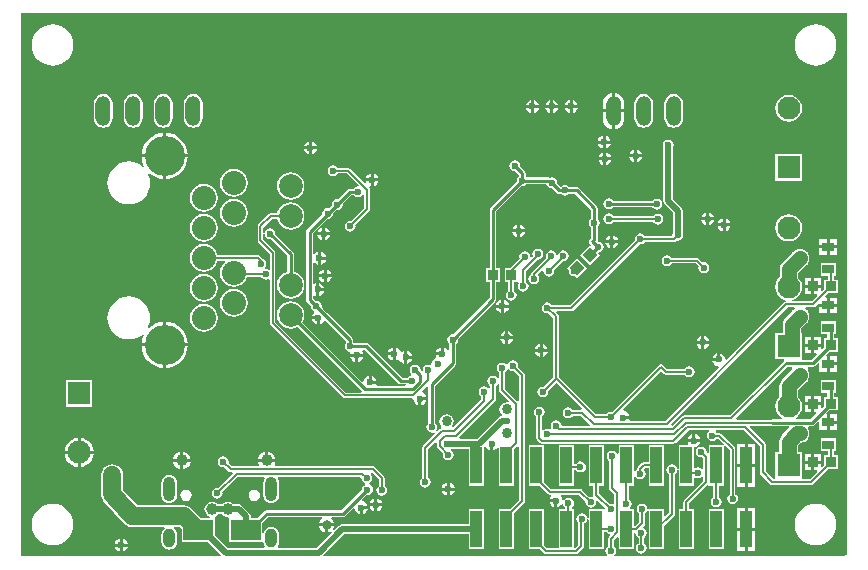
<source format=gbl>
G04*
G04 #@! TF.GenerationSoftware,Altium Limited,Altium Designer,19.1.8 (144)*
G04*
G04 Layer_Physical_Order=2*
G04 Layer_Color=16711680*
%FSLAX25Y25*%
%MOIN*%
G70*
G01*
G75*
%ADD15C,0.00600*%
%ADD16C,0.01000*%
%ADD18C,0.00800*%
%ADD54R,0.03347X0.03347*%
%ADD57P,0.04733X4X90.0*%
%ADD65R,0.09843X0.06693*%
%ADD72C,0.02000*%
%ADD73C,0.05000*%
%ADD74C,0.06000*%
%ADD75C,0.07677*%
%ADD76R,0.07677X0.07677*%
%ADD77O,0.05000X0.10000*%
%ADD78C,0.08000*%
%ADD79C,0.07874*%
%ADD80C,0.13386*%
%ADD81C,0.03400*%
%ADD82O,0.03937X0.08268*%
%ADD83O,0.03937X0.06299*%
%ADD84C,0.02362*%
%ADD85C,0.03937*%
%ADD86C,0.03150*%
%ADD87R,0.03937X0.03150*%
%ADD88R,0.03937X0.12205*%
G36*
X275590Y663D02*
X275129Y471D01*
X275000Y600D01*
X274400Y0D01*
X197962D01*
X197811Y500D01*
X197984Y616D01*
X198378Y1205D01*
X198516Y1900D01*
X198378Y2595D01*
X197984Y3184D01*
X197720Y3361D01*
Y5393D01*
X198820Y6493D01*
X199282Y6302D01*
Y2353D01*
X204419D01*
Y7729D01*
X204633Y7803D01*
X205130Y7471D01*
X205222Y7005D01*
X205616Y6416D01*
X205982Y6171D01*
Y4296D01*
X205516Y3984D01*
X205122Y3395D01*
X204984Y2700D01*
X205122Y2005D01*
X205516Y1416D01*
X206105Y1022D01*
X206800Y884D01*
X207495Y1022D01*
X208084Y1416D01*
X208478Y2005D01*
X208616Y2700D01*
X208478Y3395D01*
X208084Y3984D01*
X207818Y4162D01*
Y6171D01*
X208184Y6416D01*
X208578Y7005D01*
X208716Y7700D01*
X208578Y8395D01*
X208184Y8984D01*
X207614Y9365D01*
X207547Y9423D01*
X207439Y9897D01*
X207821Y10279D01*
X208042Y10610D01*
X208120Y11000D01*
Y14339D01*
X208384Y14516D01*
X208778Y15105D01*
X208782Y15126D01*
X209282Y15077D01*
Y2353D01*
X214419D01*
Y10182D01*
X217721Y13484D01*
X217942Y13814D01*
X218020Y14205D01*
Y27439D01*
X218284Y27616D01*
X218678Y28205D01*
X218756Y28597D01*
X218782Y28729D01*
X219282Y28679D01*
Y23613D01*
X224419D01*
Y26079D01*
X224919Y26347D01*
X225105Y26222D01*
X225800Y26084D01*
X226495Y26222D01*
X227084Y26616D01*
X227582Y26462D01*
Y25080D01*
X221201Y18699D01*
X221003Y18402D01*
X220933Y18050D01*
Y15757D01*
X219282D01*
Y2353D01*
X224419D01*
Y15757D01*
X222768D01*
Y17670D01*
X228782Y23684D01*
X229282Y23613D01*
Y23613D01*
X229282Y23613D01*
X230882D01*
Y19829D01*
X230516Y19584D01*
X230122Y18995D01*
X229984Y18300D01*
X230122Y17605D01*
X230516Y17016D01*
X231105Y16622D01*
X231800Y16484D01*
X232495Y16622D01*
X233084Y17016D01*
X233478Y17605D01*
X233616Y18300D01*
X233478Y18995D01*
X233084Y19584D01*
X232718Y19829D01*
Y23613D01*
X234419D01*
Y36605D01*
X234419Y36776D01*
X234919Y36983D01*
X236382Y35520D01*
Y20829D01*
X236016Y20584D01*
X235622Y19995D01*
X235484Y19300D01*
X235622Y18605D01*
X236016Y18016D01*
X236605Y17622D01*
X237300Y17484D01*
X237995Y17622D01*
X238584Y18016D01*
X238978Y18605D01*
X239116Y19300D01*
X238978Y19995D01*
X238584Y20584D01*
X238218Y20829D01*
Y35900D01*
X238148Y36251D01*
X237949Y36549D01*
X233549Y40949D01*
X233251Y41148D01*
X232900Y41218D01*
X232129D01*
X231884Y41584D01*
X231740Y41680D01*
X231892Y42180D01*
X240978D01*
X246280Y36878D01*
Y28100D01*
X246358Y27710D01*
X246579Y27379D01*
X249779Y24179D01*
X250110Y23958D01*
X250500Y23880D01*
X263551D01*
X263941Y23958D01*
X264272Y24179D01*
X269220Y29127D01*
X272324D01*
Y33673D01*
X271071D01*
Y35085D01*
X271768D01*
Y39435D01*
X266632D01*
Y35085D01*
X269032D01*
Y33673D01*
X267778D01*
Y30569D01*
X267084Y29875D01*
X266622Y30066D01*
Y30900D01*
X264449D01*
Y28727D01*
X265283D01*
X265474Y28265D01*
X263129Y25920D01*
X260439D01*
Y34754D01*
X259127D01*
Y37005D01*
X260032Y37910D01*
X260560Y37980D01*
X261315Y38292D01*
X261962Y38789D01*
X261990Y38825D01*
X262320D01*
Y39255D01*
X262459Y39437D01*
X262771Y40191D01*
X262878Y41000D01*
X262771Y41809D01*
X262459Y42563D01*
X262320Y42745D01*
Y43175D01*
X262694Y43478D01*
X263718D01*
X263718Y43478D01*
X264147Y43564D01*
X264511Y43807D01*
X265770Y45066D01*
X266231Y44874D01*
Y42165D01*
X268700D01*
Y44740D01*
Y47315D01*
X268672D01*
X268481Y47777D01*
X269364Y48660D01*
X272324D01*
Y53207D01*
X271173D01*
Y54552D01*
X271768D01*
Y58901D01*
X266632D01*
Y54552D01*
X268930D01*
Y53207D01*
X267778D01*
Y50246D01*
X267084Y49552D01*
X266622Y49744D01*
Y50433D01*
X264449D01*
Y48260D01*
X265139D01*
X265330Y47798D01*
X263253Y45722D01*
X258525D01*
X258367Y46222D01*
X259166Y46834D01*
X259877Y47762D01*
X260324Y48841D01*
X260477Y50000D01*
X260324Y51159D01*
X259877Y52238D01*
X259166Y53166D01*
X259127Y53196D01*
Y55420D01*
X261962Y58256D01*
X261990Y58292D01*
X262320D01*
Y58722D01*
X262459Y58903D01*
X262771Y59657D01*
X262878Y60467D01*
X262771Y61276D01*
X262459Y62030D01*
X262320Y62212D01*
Y62642D01*
X262312D01*
X262209Y62778D01*
X262458Y63278D01*
X263984D01*
X263984Y63278D01*
X264414Y63364D01*
X264778Y63607D01*
X265770Y64599D01*
X266231Y64408D01*
Y61632D01*
X268700D01*
Y64207D01*
Y66782D01*
X268605D01*
X268414Y67244D01*
X269364Y68193D01*
X272324D01*
Y72740D01*
X271173D01*
Y74018D01*
X271768D01*
Y78368D01*
X266632D01*
Y74018D01*
X268930D01*
Y72740D01*
X267778D01*
Y69779D01*
X267084Y69086D01*
X266622Y69277D01*
Y69967D01*
X264449D01*
Y67793D01*
X265139D01*
X265330Y67331D01*
X263520Y65522D01*
X260868D01*
X260439Y65691D01*
Y74569D01*
X260243D01*
Y76003D01*
X261962Y77722D01*
X261990Y77759D01*
X262320D01*
Y78188D01*
X262459Y78370D01*
X262771Y79124D01*
X262878Y79933D01*
X262771Y80743D01*
X262459Y81497D01*
X262320Y81678D01*
Y82108D01*
X261990D01*
X261962Y82144D01*
X261524Y82480D01*
X261694Y82980D01*
X264051D01*
X264441Y83058D01*
X264772Y83279D01*
X265770Y84276D01*
X266018Y84174D01*
X268700D01*
Y86248D01*
X268395D01*
X268203Y86710D01*
X269220Y87727D01*
X272324D01*
Y92273D01*
X271071D01*
Y93485D01*
X271768D01*
Y97835D01*
X266632D01*
Y93485D01*
X269032D01*
Y92273D01*
X267778D01*
Y89169D01*
X267084Y88475D01*
X266622Y88666D01*
Y89500D01*
X264449D01*
Y87327D01*
X265283D01*
X265474Y86865D01*
X263629Y85020D01*
X257267D01*
X257159Y85491D01*
X258238Y85938D01*
X259166Y86649D01*
X259877Y87577D01*
X260324Y88656D01*
X260477Y89815D01*
X260324Y90974D01*
X259877Y92053D01*
X259227Y92900D01*
Y94454D01*
X261962Y97189D01*
X261990Y97225D01*
X262320D01*
Y97655D01*
X262459Y97837D01*
X262771Y98591D01*
X262878Y99400D01*
X262771Y100209D01*
X262459Y100963D01*
X262320Y101145D01*
Y101575D01*
X261990D01*
X261962Y101611D01*
X261315Y102108D01*
X260560Y102420D01*
X259751Y102527D01*
X258942Y102420D01*
X258188Y102108D01*
X257540Y101611D01*
X257504Y101575D01*
X257183D01*
Y101253D01*
X253890Y97960D01*
X253393Y97313D01*
X253081Y96559D01*
X253027Y96154D01*
X252974Y95749D01*
X252974Y95749D01*
Y93088D01*
X252834Y92981D01*
X252123Y92053D01*
X251676Y90974D01*
X251523Y89815D01*
X251676Y88656D01*
X252123Y87577D01*
X252834Y86649D01*
X253762Y85938D01*
X254841Y85491D01*
X254940Y85478D01*
X254957Y84971D01*
X254810Y84942D01*
X254479Y84721D01*
X235395Y65636D01*
X234885Y65834D01*
X234755Y66488D01*
X234273Y67210D01*
X233551Y67692D01*
X233200Y67762D01*
Y65637D01*
X232700D01*
Y65137D01*
X230576D01*
X230645Y64786D01*
X231128Y64065D01*
X231849Y63583D01*
X232504Y63453D01*
X232701Y62943D01*
X214897Y45138D01*
X203203D01*
X202892Y45638D01*
X202924Y45800D01*
X200800D01*
Y46800D01*
X202924D01*
X202854Y47151D01*
X202373Y47872D01*
X201651Y48355D01*
X201028Y48479D01*
X200846Y49004D01*
X213500Y61658D01*
X214279Y60879D01*
X214610Y60658D01*
X215000Y60580D01*
X221332D01*
X221508Y60316D01*
X222097Y59922D01*
X222793Y59784D01*
X223487Y59922D01*
X224077Y60316D01*
X224470Y60905D01*
X224608Y61600D01*
X224470Y62295D01*
X224077Y62884D01*
X223487Y63278D01*
X222793Y63416D01*
X222097Y63278D01*
X221508Y62884D01*
X221332Y62620D01*
X215422D01*
X214221Y63821D01*
X213890Y64042D01*
X213500Y64120D01*
X213110Y64042D01*
X212779Y63821D01*
X197112Y48154D01*
X196800Y48216D01*
X196105Y48078D01*
X195516Y47684D01*
X195339Y47420D01*
X191922D01*
X179520Y59822D01*
Y80000D01*
X179442Y80390D01*
X179221Y80721D01*
X178524Y81419D01*
X178715Y81880D01*
X183600D01*
X183990Y81958D01*
X184321Y82179D01*
X206288Y104146D01*
X206600Y104084D01*
X207295Y104222D01*
X207884Y104616D01*
X208061Y104880D01*
X217750D01*
X218141Y104958D01*
X218471Y105179D01*
X218563Y105271D01*
X219000Y105184D01*
X219695Y105322D01*
X220284Y105716D01*
X220678Y106305D01*
X220816Y107000D01*
X220678Y107695D01*
X220631Y107764D01*
Y115300D01*
X220507Y115924D01*
X220153Y116454D01*
X217431Y119176D01*
Y136336D01*
X217478Y136405D01*
X217616Y137100D01*
X217478Y137795D01*
X217084Y138384D01*
X216495Y138778D01*
X215800Y138916D01*
X215105Y138778D01*
X214516Y138384D01*
X214122Y137795D01*
X213984Y137100D01*
X214122Y136405D01*
X214169Y136336D01*
Y118500D01*
X214293Y117876D01*
X214647Y117347D01*
X217369Y114624D01*
Y107764D01*
X217322Y107695D01*
X217184Y107000D01*
X217118Y106920D01*
X208061D01*
X207884Y107184D01*
X207295Y107578D01*
X206600Y107716D01*
X205905Y107578D01*
X205316Y107184D01*
X204922Y106595D01*
X204784Y105900D01*
X204846Y105588D01*
X183178Y83920D01*
X177061D01*
X176884Y84184D01*
X176295Y84578D01*
X175600Y84716D01*
X174905Y84578D01*
X174316Y84184D01*
X173922Y83595D01*
X173784Y82900D01*
X173922Y82205D01*
X174316Y81616D01*
X174905Y81222D01*
X175600Y81084D01*
X175912Y81146D01*
X177480Y79578D01*
Y59722D01*
X174312Y56554D01*
X174000Y56616D01*
X173305Y56478D01*
X172716Y56084D01*
X172322Y55495D01*
X172184Y54800D01*
X172322Y54105D01*
X172716Y53516D01*
X173305Y53122D01*
X174000Y52984D01*
X174695Y53122D01*
X175284Y53516D01*
X175678Y54105D01*
X175816Y54800D01*
X175754Y55112D01*
X178550Y57908D01*
X187039Y49420D01*
X186831Y48920D01*
X183961D01*
X183784Y49184D01*
X183195Y49578D01*
X182500Y49716D01*
X181805Y49578D01*
X181216Y49184D01*
X180822Y48595D01*
X180684Y47900D01*
X180822Y47205D01*
X181216Y46616D01*
X181805Y46222D01*
X182500Y46084D01*
X183195Y46222D01*
X183784Y46616D01*
X183961Y46880D01*
X186778D01*
X189777Y43881D01*
X189585Y43420D01*
X180382D01*
X180316Y43500D01*
X180178Y44195D01*
X179784Y44784D01*
X179195Y45178D01*
X178500Y45316D01*
X177805Y45178D01*
X177216Y44784D01*
X176822Y44195D01*
X176684Y43500D01*
X176822Y42805D01*
X176917Y42664D01*
X176556Y42303D01*
X176295Y42478D01*
X175600Y42616D01*
X174905Y42478D01*
X174420Y42153D01*
X174052Y42278D01*
X173920Y42375D01*
Y46639D01*
X174184Y46816D01*
X174578Y47405D01*
X174716Y48100D01*
X174578Y48795D01*
X174184Y49384D01*
X173595Y49778D01*
X172900Y49916D01*
X172205Y49778D01*
X171616Y49384D01*
X171222Y48795D01*
X171084Y48100D01*
X171222Y47405D01*
X171616Y46816D01*
X171880Y46639D01*
Y39400D01*
X171958Y39010D01*
X172179Y38679D01*
X172979Y37879D01*
X173310Y37658D01*
X173700Y37580D01*
X217600D01*
X217990Y37658D01*
X218321Y37879D01*
X222622Y42180D01*
X229308D01*
X229460Y41680D01*
X229316Y41584D01*
X228922Y40995D01*
X228784Y40300D01*
X228922Y39605D01*
X229316Y39016D01*
X229905Y38622D01*
X230600Y38484D01*
X231295Y38622D01*
X231884Y39016D01*
X232062Y39282D01*
X232587Y39316D01*
X234385Y37517D01*
X234178Y37017D01*
X234019Y37017D01*
X229282D01*
Y34585D01*
X228782Y34361D01*
X228567Y34554D01*
X228616Y34800D01*
X228478Y35495D01*
X228084Y36084D01*
X227495Y36478D01*
X226800Y36616D01*
X226105Y36478D01*
X225516Y36084D01*
X225122Y35495D01*
X224984Y34800D01*
X225122Y34105D01*
X225516Y33516D01*
X226105Y33122D01*
X226800Y32984D01*
X227232Y33070D01*
X227582Y32720D01*
Y29338D01*
X227084Y29184D01*
X226495Y29578D01*
X225800Y29716D01*
X225105Y29578D01*
X224919Y29453D01*
X224419Y29721D01*
Y36380D01*
X225251Y36545D01*
X225973Y37027D01*
X226455Y37749D01*
X226524Y38100D01*
X222276D01*
X222345Y37749D01*
X222500Y37517D01*
X222233Y37017D01*
X219282D01*
Y29121D01*
X218782Y29072D01*
X218756Y29203D01*
X218678Y29595D01*
X218284Y30184D01*
X217695Y30578D01*
X217000Y30716D01*
X216305Y30578D01*
X215716Y30184D01*
X215322Y29595D01*
X215184Y28900D01*
X215322Y28205D01*
X215716Y27616D01*
X215980Y27439D01*
Y14627D01*
X214881Y13528D01*
X214419Y13719D01*
Y15757D01*
X209395D01*
X209261Y15769D01*
X208878Y15990D01*
X208778Y16495D01*
X208384Y17084D01*
X207795Y17478D01*
X207100Y17616D01*
X206405Y17478D01*
X205816Y17084D01*
X205422Y16495D01*
X205284Y15800D01*
X205422Y15105D01*
X205816Y14516D01*
X206080Y14339D01*
Y11422D01*
X204919Y10261D01*
X204419Y10468D01*
Y15757D01*
X203398D01*
X203260Y16054D01*
X203212Y16258D01*
X203578Y16805D01*
X203716Y17500D01*
X203578Y18195D01*
X203184Y18784D01*
X202870Y18994D01*
Y23613D01*
X204419D01*
Y26609D01*
X204919Y26760D01*
X205216Y26316D01*
X205805Y25922D01*
X206500Y25784D01*
X207195Y25922D01*
X207784Y26316D01*
X208178Y26905D01*
X208316Y27600D01*
X208178Y28295D01*
X207784Y28884D01*
X207770Y29028D01*
X208122Y29380D01*
X209282D01*
Y23613D01*
X214419D01*
Y37017D01*
X209282D01*
Y31420D01*
X207700D01*
X207310Y31342D01*
X206979Y31121D01*
X205863Y30005D01*
X205642Y29674D01*
X205564Y29284D01*
Y29117D01*
X205216Y28884D01*
X204919Y28440D01*
X204419Y28591D01*
Y37017D01*
X199282D01*
Y34390D01*
X198782Y34238D01*
X198484Y34684D01*
X197895Y35078D01*
X197200Y35216D01*
X196505Y35078D01*
X195916Y34684D01*
X195522Y34095D01*
X195384Y33400D01*
X195522Y32705D01*
X195916Y32116D01*
X196180Y31939D01*
Y22811D01*
X196258Y22421D01*
X196479Y22090D01*
X197862Y20708D01*
Y17596D01*
X197471Y17388D01*
X197362Y17384D01*
X196700Y17516D01*
X196388Y17454D01*
X192870Y20972D01*
Y23613D01*
X194419D01*
Y37017D01*
X189282D01*
Y23613D01*
X190831D01*
Y20550D01*
X190899Y20208D01*
X190879Y20167D01*
X190775Y20031D01*
X190542Y19808D01*
X190000Y19916D01*
X189568Y19830D01*
X187249Y22149D01*
X186951Y22348D01*
X186600Y22418D01*
X176780D01*
X174436Y24761D01*
Y29946D01*
X174419Y30035D01*
Y37017D01*
X169282D01*
Y23613D01*
X172990D01*
X175751Y20851D01*
X176049Y20652D01*
X176400Y20582D01*
X176610D01*
X176767Y20082D01*
X176346Y19451D01*
X176276Y19100D01*
X178400D01*
Y18600D01*
X178900D01*
Y16476D01*
X179251Y16545D01*
X179973Y17028D01*
X180323Y17553D01*
X180854Y17447D01*
X180922Y17105D01*
X181316Y16516D01*
X181580Y16339D01*
Y15757D01*
X179282D01*
Y2720D01*
X175522D01*
X174439Y3803D01*
Y4200D01*
X174419Y4298D01*
Y15757D01*
X169282D01*
Y2353D01*
X173005D01*
X174379Y979D01*
X174710Y758D01*
X175100Y680D01*
X185200D01*
X185590Y758D01*
X185921Y979D01*
X187621Y2679D01*
X187842Y3010D01*
X187920Y3400D01*
Y10972D01*
X188284Y11216D01*
X188678Y11805D01*
X188782Y12329D01*
X189282Y12279D01*
Y2353D01*
X194419D01*
Y8280D01*
X195239D01*
X195416Y8016D01*
X196005Y7622D01*
X196299Y7564D01*
X196464Y7021D01*
X195979Y6536D01*
X195758Y6206D01*
X195680Y5816D01*
Y3361D01*
X195416Y3184D01*
X195022Y2595D01*
X194884Y1900D01*
X195022Y1205D01*
X195416Y616D01*
X195589Y500D01*
X195438Y0D01*
X101114D01*
X100907Y500D01*
X107831Y7424D01*
X149282D01*
Y2353D01*
X154419D01*
Y15757D01*
X149282D01*
Y10687D01*
X107155D01*
X106531Y10562D01*
X106002Y10209D01*
X104500Y8707D01*
X104123Y9037D01*
X104249Y9201D01*
X104508Y9828D01*
X104531Y10000D01*
X102500D01*
Y7969D01*
X102672Y7992D01*
X103298Y8251D01*
X103463Y8377D01*
X103793Y8000D01*
X98675Y2882D01*
X85889D01*
X85643Y3382D01*
X85751Y3524D01*
X86010Y4148D01*
X86098Y4819D01*
Y7181D01*
X86010Y7852D01*
X85751Y8476D01*
X85340Y9013D01*
X84803Y9425D01*
X84178Y9684D01*
X83508Y9772D01*
X82837Y9684D01*
X82213Y9425D01*
X81676Y9013D01*
X81264Y8476D01*
X81006Y7852D01*
X80995Y7774D01*
X80495Y7807D01*
Y11109D01*
X82465Y13079D01*
X100309D01*
X100479Y12578D01*
X100164Y12336D01*
X99751Y11799D01*
X99492Y11172D01*
X99469Y11000D01*
X104531D01*
X104508Y11172D01*
X104249Y11799D01*
X103836Y12336D01*
X103521Y12578D01*
X103691Y13079D01*
X107400D01*
X107400Y13078D01*
X107829Y13164D01*
X108193Y13407D01*
X110819Y16033D01*
X111362Y15869D01*
X111445Y15449D01*
X111927Y14728D01*
X112649Y14245D01*
X113000Y14176D01*
Y16300D01*
X113500D01*
Y16800D01*
X115624D01*
X115554Y17151D01*
X115073Y17873D01*
X114351Y18355D01*
X113931Y18438D01*
X113767Y18981D01*
X115325Y20539D01*
X115600Y20484D01*
X116295Y20622D01*
X116884Y21016D01*
X117278Y21605D01*
X117416Y22300D01*
X117278Y22995D01*
X116884Y23584D01*
X116295Y23978D01*
X116269Y23983D01*
X116260Y24006D01*
X116216Y24503D01*
X116684Y24816D01*
X117078Y25405D01*
X117216Y26100D01*
X117078Y26795D01*
X116763Y27265D01*
X116863Y27674D01*
X116947Y27810D01*
X117116Y27843D01*
X119280Y25678D01*
Y23461D01*
X119016Y23284D01*
X118622Y22695D01*
X118484Y22000D01*
X118622Y21305D01*
X119016Y20716D01*
X119605Y20322D01*
X120300Y20184D01*
X120995Y20322D01*
X121584Y20716D01*
X121978Y21305D01*
X122116Y22000D01*
X121978Y22695D01*
X121584Y23284D01*
X121320Y23461D01*
Y26100D01*
X121242Y26490D01*
X121021Y26821D01*
X118089Y29752D01*
X117759Y29974D01*
X117368Y30051D01*
X84812D01*
X84747Y30182D01*
X84613Y30551D01*
X84892Y31225D01*
X84928Y31500D01*
X79072D01*
X79108Y31225D01*
X79387Y30551D01*
X79253Y30182D01*
X79189Y30051D01*
X70391D01*
X69254Y31188D01*
X69316Y31500D01*
X69178Y32195D01*
X68784Y32784D01*
X68195Y33178D01*
X67500Y33316D01*
X66805Y33178D01*
X66216Y32784D01*
X65822Y32195D01*
X65684Y31500D01*
X65822Y30805D01*
X66216Y30216D01*
X66805Y29822D01*
X67500Y29684D01*
X67812Y29746D01*
X69248Y28310D01*
X69578Y28089D01*
X69968Y28012D01*
X70417D01*
X70608Y27550D01*
X65812Y22754D01*
X65500Y22816D01*
X64805Y22678D01*
X64216Y22284D01*
X63822Y21695D01*
X63684Y21000D01*
X63822Y20305D01*
X64216Y19716D01*
X64805Y19322D01*
X65500Y19184D01*
X66195Y19322D01*
X66784Y19716D01*
X67178Y20305D01*
X67316Y21000D01*
X67254Y21312D01*
X72513Y26571D01*
X81136D01*
X81382Y26071D01*
X81264Y25917D01*
X81006Y25293D01*
X80917Y24622D01*
Y20291D01*
X81006Y19621D01*
X81264Y18996D01*
X81676Y18460D01*
X82213Y18048D01*
X82837Y17789D01*
X83508Y17701D01*
X84178Y17789D01*
X84803Y18048D01*
X85340Y18460D01*
X85751Y18996D01*
X86010Y19621D01*
X86098Y20291D01*
Y24622D01*
X86010Y25293D01*
X85751Y25917D01*
X85634Y26071D01*
X85880Y26571D01*
X113197D01*
X113586Y26112D01*
X113584Y26100D01*
X113722Y25405D01*
X114116Y24816D01*
X114705Y24422D01*
X114731Y24417D01*
X114740Y24394D01*
X114784Y23897D01*
X114316Y23584D01*
X113922Y22995D01*
X113784Y22300D01*
X113806Y22192D01*
X106935Y15322D01*
X82000D01*
X82000Y15322D01*
X81571Y15236D01*
X81207Y14993D01*
X81207Y14993D01*
X78982Y12768D01*
X77820D01*
X77820Y12768D01*
X77712Y12746D01*
X76631D01*
Y13400D01*
X76507Y14024D01*
X76153Y14554D01*
X73853Y16853D01*
X73324Y17207D01*
X72700Y17331D01*
X70986D01*
X70832Y17532D01*
X70295Y17944D01*
X69670Y18202D01*
X69000Y18291D01*
X68330Y18202D01*
X67705Y17944D01*
X67168Y17532D01*
X67014Y17331D01*
X65850D01*
X65696Y17532D01*
X65160Y17944D01*
X64535Y18202D01*
X63864Y18291D01*
X63194Y18202D01*
X62569Y17944D01*
X62033Y17532D01*
X61621Y16995D01*
X61362Y16371D01*
X61274Y15700D01*
X61362Y15030D01*
X61621Y14405D01*
X62033Y13868D01*
X62569Y13456D01*
X63076Y13246D01*
X62976Y12746D01*
X60192D01*
X59872Y13163D01*
X59872Y13163D01*
X57068Y15968D01*
X56315Y16545D01*
X55440Y16907D01*
X54500Y17031D01*
X38812D01*
X34131Y22085D01*
Y27100D01*
X34007Y28040D01*
X33645Y28916D01*
X33068Y29667D01*
X32315Y30245D01*
X31440Y30607D01*
X30500Y30731D01*
X29560Y30607D01*
X28684Y30245D01*
X27933Y29667D01*
X27355Y28916D01*
X26993Y28040D01*
X26869Y27100D01*
Y20661D01*
X26922Y20260D01*
X26959Y19856D01*
X26984Y19791D01*
X26993Y19722D01*
X27148Y19347D01*
X27288Y18967D01*
X27329Y18910D01*
X27355Y18846D01*
X27602Y18524D01*
X27836Y18194D01*
X34563Y10932D01*
X34616Y10888D01*
X34659Y10832D01*
X34980Y10586D01*
X35292Y10327D01*
X35355Y10298D01*
X35411Y10255D01*
X35785Y10100D01*
X36153Y9931D01*
X36222Y9919D01*
X36287Y9893D01*
X36688Y9840D01*
X37088Y9772D01*
X37157Y9778D01*
X37226Y9769D01*
X47824D01*
X47994Y9269D01*
X47660Y9013D01*
X47249Y8476D01*
X46990Y7852D01*
X46902Y7181D01*
Y4819D01*
X46990Y4148D01*
X47249Y3524D01*
X47660Y2987D01*
X48197Y2575D01*
X48822Y2317D01*
X49492Y2228D01*
X50163Y2317D01*
X50788Y2575D01*
X51324Y2987D01*
X51736Y3524D01*
X51995Y4148D01*
X52083Y4819D01*
Y7181D01*
X51995Y7852D01*
X51736Y8476D01*
X51324Y9013D01*
X50990Y9269D01*
X51160Y9769D01*
X52996D01*
X53682Y9083D01*
X53705Y8911D01*
Y4854D01*
X62440D01*
X66794Y500D01*
X66587Y0D01*
X0D01*
Y181102D01*
X275591D01*
X275590Y663D01*
D02*
G37*
G36*
X257295Y62778D02*
X257190Y62642D01*
X257183D01*
Y62320D01*
X253789Y58926D01*
X253292Y58279D01*
X252980Y57525D01*
X252873Y56716D01*
X252873Y56715D01*
Y53196D01*
X252834Y53166D01*
X252123Y52238D01*
X251676Y51159D01*
X251523Y50000D01*
X251676Y48841D01*
X252123Y47762D01*
X252834Y46834D01*
X253633Y46222D01*
X253475Y45722D01*
X250600D01*
X250171Y45636D01*
X250146Y45620D01*
X238615D01*
X238423Y46082D01*
X255620Y63278D01*
X257048D01*
X257295Y62778D01*
D02*
G37*
G36*
X257978Y82480D02*
X257540Y82144D01*
X257504Y82108D01*
X257183D01*
Y81787D01*
X254905Y79509D01*
X254408Y78861D01*
X254096Y78107D01*
X253989Y77298D01*
X253989Y77298D01*
Y74569D01*
X251561D01*
Y65691D01*
X254353D01*
X254507Y65193D01*
X254264Y64829D01*
X254258Y64800D01*
X236478Y47020D01*
X221040D01*
X220650Y46942D01*
X220319Y46721D01*
X217177Y43578D01*
X216958Y43609D01*
X216781Y44139D01*
X255622Y82980D01*
X257809D01*
X257978Y82480D01*
D02*
G37*
G36*
X250171Y43564D02*
X250600Y43478D01*
X256049D01*
X256257Y42978D01*
X253789Y40511D01*
X253292Y39863D01*
X252980Y39109D01*
X252873Y38300D01*
X252873Y38300D01*
Y34754D01*
X251561D01*
Y25920D01*
X250922D01*
X248320Y28522D01*
Y37300D01*
X248242Y37690D01*
X248021Y38021D01*
X242923Y43119D01*
X243115Y43580D01*
X250146D01*
X250171Y43564D01*
D02*
G37*
G36*
X67168Y13868D02*
X67705Y13456D01*
X68330Y13198D01*
X69000Y13109D01*
X69178Y13133D01*
X69453Y12665D01*
Y4854D01*
X80448Y4854D01*
X80508Y4849D01*
X80933Y4702D01*
X81006Y4148D01*
X81264Y3524D01*
X81373Y3382D01*
X81126Y2882D01*
X69026D01*
X64747Y7161D01*
Y12746D01*
X64747D01*
X64653Y13246D01*
X65160Y13456D01*
X65696Y13868D01*
X65850Y14069D01*
X67014D01*
X67168Y13868D01*
D02*
G37*
G36*
X188270Y18532D02*
X188184Y18100D01*
X188322Y17405D01*
X188716Y16816D01*
X189305Y16422D01*
X190000Y16284D01*
X190695Y16422D01*
X191284Y16816D01*
X191678Y17405D01*
X191816Y18100D01*
X191733Y18518D01*
X192194Y18765D01*
X194678Y16280D01*
X194645Y16188D01*
X194419Y15757D01*
X194419Y15757D01*
X194419Y15757D01*
X189282D01*
Y12721D01*
X188782Y12671D01*
X188678Y13195D01*
X188284Y13784D01*
X187695Y14178D01*
X187000Y14316D01*
X186305Y14178D01*
X185716Y13784D01*
X185322Y13195D01*
X185184Y12500D01*
X185322Y11805D01*
X185716Y11216D01*
X185880Y11106D01*
Y3822D01*
X184919Y2861D01*
X184419Y3060D01*
Y15757D01*
X183620D01*
Y16339D01*
X183884Y16516D01*
X184278Y17105D01*
X184416Y17800D01*
X184278Y18495D01*
X183884Y19084D01*
X183295Y19478D01*
X182600Y19616D01*
X181905Y19478D01*
X181316Y19084D01*
X181101Y18763D01*
X180570Y18868D01*
X180455Y19451D01*
X180033Y20082D01*
X180191Y20582D01*
X186220D01*
X188270Y18532D01*
D02*
G37*
%LPC*%
G36*
X264961Y177405D02*
X263608Y177272D01*
X262308Y176877D01*
X261109Y176237D01*
X260059Y175374D01*
X259196Y174324D01*
X258556Y173125D01*
X258161Y171825D01*
X258028Y170472D01*
X258161Y169120D01*
X258556Y167819D01*
X259196Y166621D01*
X260059Y165570D01*
X261109Y164708D01*
X262308Y164068D01*
X263608Y163673D01*
X264961Y163540D01*
X266313Y163673D01*
X267614Y164068D01*
X268812Y164708D01*
X269863Y165570D01*
X270725Y166621D01*
X271365Y167819D01*
X271760Y169120D01*
X271893Y170472D01*
X271760Y171825D01*
X271365Y173125D01*
X270725Y174324D01*
X269863Y175374D01*
X268812Y176237D01*
X267614Y176877D01*
X266313Y177272D01*
X264961Y177405D01*
D02*
G37*
G36*
X10630D02*
X9277Y177272D01*
X7977Y176877D01*
X6778Y176237D01*
X5728Y175374D01*
X4866Y174324D01*
X4225Y173125D01*
X3830Y171825D01*
X3697Y170472D01*
X3830Y169120D01*
X4225Y167819D01*
X4866Y166621D01*
X5728Y165570D01*
X6778Y164708D01*
X7977Y164068D01*
X9277Y163673D01*
X10630Y163540D01*
X11982Y163673D01*
X13283Y164068D01*
X14481Y164708D01*
X15532Y165570D01*
X16394Y166621D01*
X17035Y167819D01*
X17429Y169120D01*
X17562Y170472D01*
X17429Y171825D01*
X17035Y173125D01*
X16394Y174324D01*
X15532Y175374D01*
X14481Y176237D01*
X13283Y176877D01*
X11982Y177272D01*
X10630Y177405D01*
D02*
G37*
G36*
X184000Y152124D02*
Y150500D01*
X185624D01*
X185555Y150851D01*
X185073Y151573D01*
X184351Y152055D01*
X184000Y152124D01*
D02*
G37*
G36*
X183000D02*
X182649Y152055D01*
X181928Y151573D01*
X181446Y150851D01*
X181376Y150500D01*
X183000D01*
Y152124D01*
D02*
G37*
G36*
X177500D02*
Y150500D01*
X179124D01*
X179054Y150851D01*
X178572Y151573D01*
X177851Y152055D01*
X177500Y152124D01*
D02*
G37*
G36*
X176500D02*
X176149Y152055D01*
X175427Y151573D01*
X174945Y150851D01*
X174876Y150500D01*
X176500D01*
Y152124D01*
D02*
G37*
G36*
X171100D02*
Y150500D01*
X172724D01*
X172654Y150851D01*
X172172Y151573D01*
X171451Y152055D01*
X171100Y152124D01*
D02*
G37*
G36*
X170100D02*
X169749Y152055D01*
X169027Y151573D01*
X168545Y150851D01*
X168476Y150500D01*
X170100D01*
Y152124D01*
D02*
G37*
G36*
X198158Y154464D02*
Y149000D01*
X201188D01*
Y151000D01*
X201067Y151914D01*
X200715Y152765D01*
X200154Y153496D01*
X199423Y154057D01*
X198571Y154410D01*
X198158Y154464D01*
D02*
G37*
G36*
X197158D02*
X196744Y154410D01*
X195892Y154057D01*
X195161Y153496D01*
X194600Y152765D01*
X194248Y151914D01*
X194127Y151000D01*
Y149000D01*
X197158D01*
Y154464D01*
D02*
G37*
G36*
X185624Y149500D02*
X184000D01*
Y147876D01*
X184351Y147945D01*
X185073Y148427D01*
X185555Y149149D01*
X185624Y149500D01*
D02*
G37*
G36*
X183000D02*
X181376D01*
X181446Y149149D01*
X181928Y148427D01*
X182649Y147945D01*
X183000Y147876D01*
Y149500D01*
D02*
G37*
G36*
X179124D02*
X177500D01*
Y147876D01*
X177851Y147945D01*
X178572Y148427D01*
X179054Y149149D01*
X179124Y149500D01*
D02*
G37*
G36*
X176500D02*
X174876D01*
X174945Y149149D01*
X175427Y148427D01*
X176149Y147945D01*
X176500Y147876D01*
Y149500D01*
D02*
G37*
G36*
X172724D02*
X171100D01*
Y147876D01*
X171451Y147945D01*
X172172Y148427D01*
X172654Y149149D01*
X172724Y149500D01*
D02*
G37*
G36*
X170100D02*
X168476D01*
X168545Y149149D01*
X169027Y148427D01*
X169749Y147945D01*
X170100Y147876D01*
Y149500D01*
D02*
G37*
G36*
X256000Y153819D02*
X254841Y153667D01*
X253762Y153220D01*
X252834Y152508D01*
X252123Y151581D01*
X251676Y150501D01*
X251523Y149343D01*
X251676Y148184D01*
X252123Y147104D01*
X252834Y146177D01*
X253762Y145465D01*
X254841Y145018D01*
X256000Y144866D01*
X257159Y145018D01*
X258238Y145465D01*
X259166Y146177D01*
X259877Y147104D01*
X260324Y148184D01*
X260477Y149343D01*
X260324Y150501D01*
X259877Y151581D01*
X259166Y152508D01*
X258238Y153220D01*
X257159Y153667D01*
X256000Y153819D01*
D02*
G37*
G36*
X217657Y154127D02*
X216848Y154020D01*
X216094Y153708D01*
X215446Y153211D01*
X214950Y152563D01*
X214637Y151809D01*
X214531Y151000D01*
Y146000D01*
X214637Y145191D01*
X214950Y144437D01*
X215446Y143789D01*
X216094Y143292D01*
X216848Y142980D01*
X217657Y142873D01*
X218467Y142980D01*
X219221Y143292D01*
X219868Y143789D01*
X220365Y144437D01*
X220678Y145191D01*
X220784Y146000D01*
Y151000D01*
X220678Y151809D01*
X220365Y152563D01*
X219868Y153211D01*
X219221Y153708D01*
X218467Y154020D01*
X217657Y154127D01*
D02*
G37*
G36*
X207658D02*
X206848Y154020D01*
X206094Y153708D01*
X205447Y153211D01*
X204950Y152563D01*
X204637Y151809D01*
X204531Y151000D01*
Y146000D01*
X204637Y145191D01*
X204950Y144437D01*
X205447Y143789D01*
X206094Y143292D01*
X206848Y142980D01*
X207658Y142873D01*
X208467Y142980D01*
X209221Y143292D01*
X209868Y143789D01*
X210365Y144437D01*
X210678Y145191D01*
X210784Y146000D01*
Y151000D01*
X210678Y151809D01*
X210365Y152563D01*
X209868Y153211D01*
X209221Y153708D01*
X208467Y154020D01*
X207658Y154127D01*
D02*
G37*
G36*
X57500D02*
X56691Y154020D01*
X55937Y153708D01*
X55289Y153211D01*
X54792Y152563D01*
X54480Y151809D01*
X54373Y151000D01*
Y146000D01*
X54480Y145191D01*
X54792Y144437D01*
X55289Y143789D01*
X55937Y143292D01*
X56691Y142980D01*
X57500Y142873D01*
X58309Y142980D01*
X59063Y143292D01*
X59711Y143789D01*
X60208Y144437D01*
X60520Y145191D01*
X60627Y146000D01*
Y151000D01*
X60520Y151809D01*
X60208Y152563D01*
X59711Y153211D01*
X59063Y153708D01*
X58309Y154020D01*
X57500Y154127D01*
D02*
G37*
G36*
X47500D02*
X46691Y154020D01*
X45937Y153708D01*
X45289Y153211D01*
X44792Y152563D01*
X44480Y151809D01*
X44373Y151000D01*
Y146000D01*
X44480Y145191D01*
X44792Y144437D01*
X45289Y143789D01*
X45937Y143292D01*
X46691Y142980D01*
X47500Y142873D01*
X48309Y142980D01*
X49063Y143292D01*
X49711Y143789D01*
X50208Y144437D01*
X50520Y145191D01*
X50627Y146000D01*
Y151000D01*
X50520Y151809D01*
X50208Y152563D01*
X49711Y153211D01*
X49063Y153708D01*
X48309Y154020D01*
X47500Y154127D01*
D02*
G37*
G36*
X37500D02*
X36691Y154020D01*
X35937Y153708D01*
X35289Y153211D01*
X34792Y152563D01*
X34480Y151809D01*
X34373Y151000D01*
Y146000D01*
X34480Y145191D01*
X34792Y144437D01*
X35289Y143789D01*
X35937Y143292D01*
X36691Y142980D01*
X37500Y142873D01*
X38309Y142980D01*
X39063Y143292D01*
X39711Y143789D01*
X40208Y144437D01*
X40520Y145191D01*
X40627Y146000D01*
Y151000D01*
X40520Y151809D01*
X40208Y152563D01*
X39711Y153211D01*
X39063Y153708D01*
X38309Y154020D01*
X37500Y154127D01*
D02*
G37*
G36*
X27500D02*
X26691Y154020D01*
X25937Y153708D01*
X25289Y153211D01*
X24792Y152563D01*
X24480Y151809D01*
X24373Y151000D01*
Y146000D01*
X24480Y145191D01*
X24792Y144437D01*
X25289Y143789D01*
X25937Y143292D01*
X26691Y142980D01*
X27500Y142873D01*
X28309Y142980D01*
X29063Y143292D01*
X29711Y143789D01*
X30208Y144437D01*
X30520Y145191D01*
X30627Y146000D01*
Y151000D01*
X30520Y151809D01*
X30208Y152563D01*
X29711Y153211D01*
X29063Y153708D01*
X28309Y154020D01*
X27500Y154127D01*
D02*
G37*
G36*
X201188Y148000D02*
X198158D01*
Y142536D01*
X198571Y142590D01*
X199423Y142943D01*
X200154Y143504D01*
X200715Y144235D01*
X201067Y145086D01*
X201188Y146000D01*
Y148000D01*
D02*
G37*
G36*
X197158D02*
X194127D01*
Y146000D01*
X194248Y145086D01*
X194600Y144235D01*
X195161Y143504D01*
X195892Y142943D01*
X196744Y142590D01*
X197158Y142536D01*
Y148000D01*
D02*
G37*
G36*
X195002Y140224D02*
Y138600D01*
X196627D01*
X196557Y138951D01*
X196075Y139673D01*
X195353Y140155D01*
X195002Y140224D01*
D02*
G37*
G36*
X194002D02*
X193651Y140155D01*
X192930Y139673D01*
X192448Y138951D01*
X192378Y138600D01*
X194002D01*
Y140224D01*
D02*
G37*
G36*
X97100Y138324D02*
Y136700D01*
X98724D01*
X98655Y137051D01*
X98172Y137773D01*
X97451Y138254D01*
X97100Y138324D01*
D02*
G37*
G36*
X96100D02*
X95749Y138254D01*
X95028Y137773D01*
X94546Y137051D01*
X94476Y136700D01*
X96100D01*
Y138324D01*
D02*
G37*
G36*
X196627Y137600D02*
X195002D01*
Y135976D01*
X195353Y136046D01*
X196075Y136528D01*
X196557Y137249D01*
X196627Y137600D01*
D02*
G37*
G36*
X194002D02*
X192378D01*
X192448Y137249D01*
X192930Y136528D01*
X193651Y136046D01*
X194002Y135976D01*
Y137600D01*
D02*
G37*
G36*
X98724Y135700D02*
X97100D01*
Y134076D01*
X97451Y134145D01*
X98172Y134627D01*
X98655Y135349D01*
X98724Y135700D01*
D02*
G37*
G36*
X96100D02*
X94476D01*
X94546Y135349D01*
X95028Y134627D01*
X95749Y134145D01*
X96100Y134076D01*
Y135700D01*
D02*
G37*
G36*
X205500Y135624D02*
Y134000D01*
X207124D01*
X207055Y134351D01*
X206573Y135073D01*
X205851Y135555D01*
X205500Y135624D01*
D02*
G37*
G36*
X204500D02*
X204149Y135555D01*
X203428Y135073D01*
X202945Y134351D01*
X202876Y134000D01*
X204500D01*
Y135624D01*
D02*
G37*
G36*
X48508Y141177D02*
Y133996D01*
X55689D01*
X55589Y135004D01*
X55150Y136454D01*
X54435Y137791D01*
X53474Y138962D01*
X52302Y139923D01*
X50966Y140638D01*
X49516Y141078D01*
X48508Y141177D01*
D02*
G37*
G36*
X47508D02*
X46500Y141078D01*
X45050Y140638D01*
X43713Y139923D01*
X42542Y138962D01*
X41581Y137791D01*
X40866Y136454D01*
X40426Y135004D01*
X40327Y133996D01*
X47508D01*
Y141177D01*
D02*
G37*
G36*
X195235Y134690D02*
Y133065D01*
X196859D01*
X196789Y133416D01*
X196307Y134138D01*
X195586Y134620D01*
X195235Y134690D01*
D02*
G37*
G36*
X194235D02*
X193884Y134620D01*
X193162Y134138D01*
X192680Y133416D01*
X192610Y133065D01*
X194235D01*
Y134690D01*
D02*
G37*
G36*
X207124Y133000D02*
X205500D01*
Y131376D01*
X205851Y131446D01*
X206573Y131928D01*
X207055Y132649D01*
X207124Y133000D01*
D02*
G37*
G36*
X204500D02*
X202876D01*
X202945Y132649D01*
X203428Y131928D01*
X204149Y131446D01*
X204500Y131376D01*
Y133000D01*
D02*
G37*
G36*
X196859Y132065D02*
X195235D01*
Y130441D01*
X195586Y130511D01*
X196307Y130993D01*
X196789Y131714D01*
X196859Y132065D01*
D02*
G37*
G36*
X194235D02*
X192610D01*
X192680Y131714D01*
X193162Y130993D01*
X193884Y130511D01*
X194235Y130441D01*
Y132065D01*
D02*
G37*
G36*
X47508Y132996D02*
X40327D01*
X40426Y131988D01*
X40866Y130538D01*
X41037Y130218D01*
X40643Y129895D01*
X39972Y130445D01*
X38736Y131106D01*
X37395Y131513D01*
X36000Y131650D01*
X34605Y131513D01*
X33264Y131106D01*
X32028Y130445D01*
X30944Y129556D01*
X30055Y128472D01*
X29394Y127236D01*
X28987Y125895D01*
X28850Y124500D01*
X28987Y123105D01*
X29394Y121764D01*
X30055Y120528D01*
X30944Y119444D01*
X32028Y118555D01*
X33264Y117894D01*
X34605Y117487D01*
X36000Y117350D01*
X37395Y117487D01*
X38736Y117894D01*
X39972Y118555D01*
X41056Y119444D01*
X41945Y120528D01*
X42606Y121764D01*
X43013Y123105D01*
X43150Y124500D01*
X43013Y125895D01*
X42606Y127236D01*
X42516Y127404D01*
X42910Y127728D01*
X43713Y127069D01*
X45050Y126354D01*
X46500Y125915D01*
X47508Y125815D01*
Y132996D01*
D02*
G37*
G36*
X117630Y127624D02*
Y126000D01*
X119254D01*
X119185Y126351D01*
X118702Y127073D01*
X117981Y127555D01*
X117630Y127624D01*
D02*
G37*
G36*
X116630D02*
X116279Y127555D01*
X115558Y127073D01*
X115076Y126351D01*
X115006Y126000D01*
X116630D01*
Y127624D01*
D02*
G37*
G36*
X55689Y132996D02*
X48508D01*
Y125815D01*
X49516Y125915D01*
X50966Y126354D01*
X52302Y127069D01*
X53474Y128030D01*
X54435Y129201D01*
X55150Y130538D01*
X55589Y131988D01*
X55689Y132996D01*
D02*
G37*
G36*
X260439Y134096D02*
X251561D01*
Y125219D01*
X260439D01*
Y134096D01*
D02*
G37*
G36*
X164700Y132016D02*
X164005Y131878D01*
X163416Y131484D01*
X163022Y130895D01*
X162884Y130200D01*
X163022Y129505D01*
X163416Y128916D01*
X164005Y128522D01*
X164700Y128384D01*
X164892Y128422D01*
X166078Y127235D01*
Y126693D01*
X165916Y126584D01*
X165522Y125995D01*
X165384Y125300D01*
X165422Y125108D01*
X156656Y116342D01*
X156413Y115978D01*
X156327Y115549D01*
X156327Y115549D01*
Y95973D01*
X155176D01*
Y91427D01*
X156327D01*
Y86213D01*
X144192Y74078D01*
X144000Y74116D01*
X143305Y73978D01*
X142716Y73584D01*
X142322Y72995D01*
X142184Y72300D01*
X142322Y71605D01*
X142716Y71016D01*
X142878Y70907D01*
Y68766D01*
X142378Y68615D01*
X142072Y69073D01*
X141351Y69555D01*
X141000Y69624D01*
Y67500D01*
X140500D01*
Y67000D01*
X138376D01*
X138445Y66649D01*
X138511Y66550D01*
X138320Y66088D01*
X138149Y66054D01*
X137427Y65573D01*
X136945Y64851D01*
X136810Y64169D01*
X136627Y63942D01*
X136303Y63816D01*
X135800Y63916D01*
X135105Y63778D01*
X134516Y63384D01*
X134122Y62795D01*
X133984Y62100D01*
X134020Y61920D01*
X133569Y61684D01*
X133292Y61938D01*
X133316Y62057D01*
X133178Y62752D01*
X132784Y63341D01*
X132195Y63735D01*
X131500Y63873D01*
X130805Y63735D01*
X130216Y63341D01*
X129822Y62752D01*
X129684Y62057D01*
X129822Y61362D01*
X130216Y60773D01*
X130069Y60270D01*
X129605Y60178D01*
X129016Y59784D01*
X128907Y59622D01*
X127165D01*
X115993Y70793D01*
X115629Y71036D01*
X115200Y71122D01*
X115200Y71122D01*
X111193D01*
X111084Y71284D01*
X110922Y71393D01*
Y72100D01*
X110922Y72100D01*
X110836Y72529D01*
X110593Y72893D01*
X110593Y72893D01*
X102326Y81160D01*
X102274Y81238D01*
X102274Y81238D01*
X100938Y82574D01*
X100860Y82626D01*
X100278Y83208D01*
X100316Y83400D01*
X100178Y84095D01*
X99784Y84684D01*
X99195Y85078D01*
X98500Y85216D01*
X98308Y85178D01*
X97422Y86065D01*
Y86830D01*
X97922Y87097D01*
X98149Y86945D01*
X98500Y86876D01*
Y89000D01*
Y91124D01*
X98149Y91054D01*
X97922Y90903D01*
X97422Y91170D01*
Y97834D01*
X97922Y97986D01*
X98027Y97828D01*
X98749Y97346D01*
X99100Y97276D01*
Y99400D01*
Y101524D01*
X98749Y101454D01*
X98027Y100972D01*
X97922Y100814D01*
X97422Y100966D01*
Y107835D01*
X102108Y112522D01*
X102300Y112484D01*
X102995Y112622D01*
X103584Y113016D01*
X103978Y113605D01*
X104116Y114300D01*
X104111Y114325D01*
X105308Y115522D01*
X105500Y115484D01*
X106195Y115622D01*
X106784Y116016D01*
X107178Y116605D01*
X107316Y117300D01*
X107278Y117492D01*
X110165Y120378D01*
X111107D01*
X111216Y120216D01*
X111805Y119822D01*
X112500Y119684D01*
X113195Y119822D01*
X113784Y120216D01*
X114082Y120662D01*
X114582Y120511D01*
Y116080D01*
X110232Y111730D01*
X109800Y111816D01*
X109105Y111678D01*
X108516Y111284D01*
X108122Y110695D01*
X107984Y110000D01*
X108122Y109305D01*
X108516Y108716D01*
X109105Y108322D01*
X109800Y108184D01*
X110495Y108322D01*
X111084Y108716D01*
X111478Y109305D01*
X111616Y110000D01*
X111530Y110432D01*
X116149Y115051D01*
X116348Y115349D01*
X116418Y115700D01*
Y122300D01*
X116348Y122651D01*
X116149Y122949D01*
X116085Y123013D01*
X116131Y123116D01*
X116379Y123425D01*
X116630Y123376D01*
Y125000D01*
X115006D01*
X115056Y124749D01*
X114746Y124501D01*
X114643Y124455D01*
X109849Y129249D01*
X109551Y129448D01*
X109200Y129518D01*
X105729D01*
X105484Y129884D01*
X104895Y130278D01*
X104200Y130416D01*
X103505Y130278D01*
X102916Y129884D01*
X102522Y129295D01*
X102384Y128600D01*
X102522Y127905D01*
X102916Y127316D01*
X103505Y126922D01*
X104200Y126784D01*
X104895Y126922D01*
X105484Y127316D01*
X105729Y127682D01*
X108820D01*
X112720Y123782D01*
X112534Y123389D01*
X112483Y123312D01*
X111805Y123178D01*
X111216Y122784D01*
X111107Y122622D01*
X109700D01*
X109700Y122622D01*
X109271Y122536D01*
X108907Y122293D01*
X108907Y122293D01*
X105692Y119078D01*
X105500Y119116D01*
X104805Y118978D01*
X104216Y118584D01*
X103822Y117995D01*
X103684Y117300D01*
X103722Y117108D01*
X102658Y116045D01*
X102300Y116116D01*
X101605Y115978D01*
X101016Y115584D01*
X100622Y114995D01*
X100484Y114300D01*
X100522Y114108D01*
X95507Y109093D01*
X95264Y108729D01*
X95178Y108300D01*
X95178Y108300D01*
Y85600D01*
X95178Y85600D01*
X95264Y85171D01*
X95507Y84807D01*
X96722Y83592D01*
X96684Y83400D01*
X96822Y82705D01*
X97216Y82116D01*
X97752Y81757D01*
X97816Y81485D01*
X97830Y81208D01*
X97628Y81072D01*
X97145Y80351D01*
X97076Y80000D01*
X99200D01*
Y79500D01*
X99700D01*
Y77376D01*
X100051Y77446D01*
X100773Y77928D01*
X101136Y78471D01*
X101716Y78598D01*
X108488Y71826D01*
X108516Y71284D01*
X108122Y70695D01*
X107984Y70000D01*
X108122Y69305D01*
X108516Y68716D01*
X109105Y68322D01*
X109594Y68225D01*
X109693Y68120D01*
X109894Y67786D01*
X109915Y67697D01*
X109876Y67500D01*
X114124D01*
X114055Y67851D01*
X113702Y68378D01*
X113946Y68878D01*
X114735D01*
X125907Y57707D01*
X125907Y57707D01*
X126271Y57464D01*
X126700Y57378D01*
X126700Y57378D01*
X128413D01*
X128440Y57340D01*
X128178Y56840D01*
X118904D01*
X118593Y57341D01*
X118624Y57500D01*
X116500D01*
Y58000D01*
X116000D01*
Y60124D01*
X115649Y60054D01*
X114927Y59572D01*
X114445Y58851D01*
X114362Y58431D01*
X113819Y58267D01*
X93940Y78146D01*
X93979Y78196D01*
X94436Y79300D01*
X94592Y80484D01*
X94436Y81669D01*
X93979Y82772D01*
X93252Y83720D01*
X92304Y84447D01*
X91200Y84904D01*
X90016Y85061D01*
X88831Y84904D01*
X87728Y84447D01*
X86780Y83720D01*
X86053Y82772D01*
X85596Y81669D01*
X85440Y80484D01*
X85596Y79300D01*
X86053Y78196D01*
X86780Y77249D01*
X87728Y76521D01*
X88831Y76064D01*
X90016Y75908D01*
X91200Y76064D01*
X92304Y76521D01*
X92354Y76560D01*
X113796Y55118D01*
X113589Y54618D01*
X108480D01*
X84918Y78180D01*
Y101300D01*
X84848Y101651D01*
X84649Y101949D01*
X80818Y105780D01*
Y107382D01*
X81318Y107431D01*
X81345Y107294D01*
X81422Y106905D01*
X81816Y106316D01*
X82405Y105922D01*
X83100Y105784D01*
X83292Y105822D01*
X88894Y100220D01*
Y94913D01*
X88831Y94905D01*
X87728Y94447D01*
X86780Y93720D01*
X86053Y92772D01*
X85596Y91669D01*
X85440Y90484D01*
X85596Y89300D01*
X86053Y88196D01*
X86780Y87248D01*
X87728Y86521D01*
X88831Y86064D01*
X90016Y85908D01*
X91200Y86064D01*
X92304Y86521D01*
X93252Y87248D01*
X93979Y88196D01*
X94436Y89300D01*
X94592Y90484D01*
X94436Y91669D01*
X93979Y92772D01*
X93252Y93720D01*
X92304Y94447D01*
X91200Y94905D01*
X91137Y94913D01*
Y100684D01*
X91137Y100684D01*
X91052Y101113D01*
X90809Y101477D01*
X90809Y101477D01*
X84878Y107408D01*
X84916Y107600D01*
X84778Y108295D01*
X84384Y108884D01*
X83795Y109278D01*
X83100Y109416D01*
X82405Y109278D01*
X81816Y108884D01*
X81422Y108295D01*
X81345Y107905D01*
X81318Y107769D01*
X80818Y107818D01*
Y109620D01*
X83796Y112598D01*
X85561D01*
X85596Y112331D01*
X86053Y111228D01*
X86780Y110280D01*
X87728Y109553D01*
X88831Y109096D01*
X90016Y108940D01*
X91200Y109096D01*
X92304Y109553D01*
X93252Y110280D01*
X93979Y111228D01*
X94436Y112331D01*
X94592Y113516D01*
X94436Y114700D01*
X93979Y115804D01*
X93252Y116752D01*
X92304Y117479D01*
X91200Y117936D01*
X90016Y118092D01*
X88831Y117936D01*
X87728Y117479D01*
X86780Y116752D01*
X86053Y115804D01*
X85596Y114700D01*
X85561Y114433D01*
X83416D01*
X83065Y114364D01*
X82767Y114165D01*
X79251Y110649D01*
X79052Y110351D01*
X78982Y110000D01*
Y105400D01*
X79052Y105049D01*
X79251Y104751D01*
X83082Y100920D01*
Y95816D01*
X82641Y95580D01*
X82495Y95678D01*
X81800Y95816D01*
X81637Y95784D01*
X81441Y96119D01*
X81405Y96247D01*
X81778Y96805D01*
X81916Y97500D01*
X81778Y98195D01*
X81384Y98784D01*
X80795Y99178D01*
X80576Y99221D01*
X79649Y100149D01*
X79351Y100348D01*
X79000Y100418D01*
X65519D01*
X65482Y100701D01*
X65018Y101820D01*
X64281Y102781D01*
X63320Y103518D01*
X62201Y103982D01*
X61000Y104140D01*
X59799Y103982D01*
X58680Y103518D01*
X57719Y102781D01*
X56982Y101820D01*
X56518Y100701D01*
X56360Y99500D01*
X56518Y98299D01*
X56982Y97180D01*
X57719Y96219D01*
X58680Y95482D01*
X59799Y95018D01*
X61000Y94860D01*
X62201Y95018D01*
X63320Y95482D01*
X64281Y96219D01*
X65018Y97180D01*
X65482Y98299D01*
X65519Y98582D01*
X67943D01*
X68112Y98082D01*
X67719Y97781D01*
X66982Y96820D01*
X66518Y95701D01*
X66360Y94500D01*
X66518Y93299D01*
X66982Y92180D01*
X67719Y91219D01*
X68680Y90482D01*
X69799Y90018D01*
X71000Y89860D01*
X72201Y90018D01*
X73320Y90482D01*
X74281Y91219D01*
X75018Y92180D01*
X75392Y93082D01*
X80271D01*
X80516Y92716D01*
X81105Y92322D01*
X81800Y92184D01*
X82495Y92322D01*
X82641Y92420D01*
X83082Y92184D01*
Y77800D01*
X83152Y77449D01*
X83351Y77151D01*
X107451Y53051D01*
X107749Y52852D01*
X108100Y52782D01*
X130403D01*
X130876Y52600D01*
X131045Y51749D01*
X131527Y51028D01*
X132249Y50545D01*
X132600Y50476D01*
Y52600D01*
X133100D01*
Y53100D01*
X135224D01*
X135154Y53451D01*
X134672Y54172D01*
X133951Y54655D01*
X133769Y54691D01*
X133624Y55169D01*
X135378Y56924D01*
X135878Y56717D01*
Y44393D01*
X135716Y44284D01*
X135322Y43695D01*
X135184Y43000D01*
X135322Y42305D01*
X135716Y41716D01*
X136305Y41322D01*
X137000Y41184D01*
X137695Y41322D01*
X137931Y41480D01*
X138250Y41091D01*
X134179Y37021D01*
X133958Y36690D01*
X133880Y36300D01*
Y26161D01*
X133616Y25984D01*
X133222Y25395D01*
X133084Y24700D01*
X133222Y24005D01*
X133616Y23416D01*
X134205Y23022D01*
X134900Y22884D01*
X135595Y23022D01*
X136184Y23416D01*
X136578Y24005D01*
X136716Y24700D01*
X136578Y25395D01*
X136184Y25984D01*
X135920Y26161D01*
Y35878D01*
X138180Y38138D01*
X138680Y37931D01*
Y36700D01*
X138758Y36310D01*
X138979Y35979D01*
X140746Y34212D01*
X140684Y33900D01*
X140822Y33205D01*
X141216Y32616D01*
X141805Y32222D01*
X142500Y32084D01*
X143195Y32222D01*
X143784Y32616D01*
X144178Y33205D01*
X144316Y33900D01*
X144178Y34595D01*
X143784Y35184D01*
X143358Y35469D01*
X143510Y35969D01*
X149282D01*
Y23613D01*
X154419D01*
Y36426D01*
X154898Y36715D01*
X154953Y36638D01*
X155428Y35928D01*
X156149Y35445D01*
X156500Y35376D01*
Y37500D01*
X157500D01*
Y35376D01*
X157851Y35445D01*
X158572Y35928D01*
X158782Y36241D01*
X159282Y36089D01*
Y23613D01*
X164419D01*
Y35677D01*
X165580Y36838D01*
X166080Y36631D01*
Y18822D01*
X163016Y15757D01*
X159282D01*
Y2353D01*
X164419D01*
Y14277D01*
X167821Y17679D01*
X168042Y18010D01*
X168120Y18400D01*
Y60500D01*
X168042Y60890D01*
X167821Y61221D01*
X165854Y63188D01*
X165916Y63500D01*
X165778Y64195D01*
X165384Y64784D01*
X164795Y65178D01*
X164100Y65316D01*
X163405Y65178D01*
X162816Y64784D01*
X162422Y64195D01*
X162397Y64067D01*
X161866Y63961D01*
X161784Y64084D01*
X161195Y64478D01*
X160500Y64616D01*
X159805Y64478D01*
X159216Y64084D01*
X158822Y63495D01*
X158684Y62800D01*
X158822Y62105D01*
X159216Y61516D01*
X159480Y61339D01*
Y59392D01*
X158980Y59241D01*
X158684Y59684D01*
X158095Y60078D01*
X157400Y60216D01*
X156705Y60078D01*
X156116Y59684D01*
X155722Y59095D01*
X155584Y58400D01*
X155722Y57705D01*
X156116Y57116D01*
X156380Y56939D01*
Y56116D01*
X155880Y55965D01*
X155734Y56184D01*
X155145Y56578D01*
X154450Y56716D01*
X153755Y56578D01*
X153166Y56184D01*
X152772Y55595D01*
X152634Y54900D01*
X152772Y54205D01*
X153166Y53616D01*
X153430Y53439D01*
Y52372D01*
X144158Y43100D01*
X143771Y43418D01*
X143770Y43420D01*
X144214Y44083D01*
X144396Y45000D01*
X144214Y45917D01*
X143694Y46694D01*
X142917Y47214D01*
X142000Y47396D01*
X141083Y47214D01*
X140306Y46694D01*
X139786Y45917D01*
X139604Y45000D01*
X139786Y44083D01*
X140256Y43381D01*
X140189Y43029D01*
X140110Y42842D01*
X139779Y42621D01*
X138909Y41750D01*
X138520Y42069D01*
X138678Y42305D01*
X138816Y43000D01*
X138678Y43695D01*
X138284Y44284D01*
X138122Y44393D01*
Y56935D01*
X144793Y63607D01*
X144793Y63607D01*
X145036Y63971D01*
X145122Y64400D01*
Y70907D01*
X145284Y71016D01*
X145678Y71605D01*
X145816Y72300D01*
X145778Y72492D01*
X158242Y84956D01*
X158242Y84956D01*
X158485Y85320D01*
X158570Y85749D01*
Y91427D01*
X159722D01*
Y95973D01*
X158570D01*
Y115084D01*
X167008Y123522D01*
X167200Y123484D01*
X167895Y123622D01*
X168484Y124016D01*
X168593Y124178D01*
X175248D01*
X175322Y123805D01*
X175716Y123216D01*
X176305Y122822D01*
X177000Y122684D01*
X177192Y122722D01*
X178707Y121207D01*
X178707Y121207D01*
X179071Y120964D01*
X179500Y120878D01*
X180107D01*
X180216Y120716D01*
X180805Y120322D01*
X181500Y120184D01*
X182195Y120322D01*
X182784Y120716D01*
X182893Y120878D01*
X184835D01*
X190078Y115635D01*
Y112693D01*
X189916Y112584D01*
X189522Y111995D01*
X189384Y111300D01*
X189522Y110605D01*
X189916Y110016D01*
X190078Y109907D01*
Y106065D01*
X189807Y105793D01*
X189564Y105429D01*
X189478Y105000D01*
X189564Y104571D01*
X189807Y104207D01*
X190072Y103942D01*
X189746Y103561D01*
X186543Y100357D01*
X189758Y97143D01*
X192972Y100357D01*
X192521Y100809D01*
X192711Y101326D01*
X193195Y101422D01*
X193784Y101816D01*
X194178Y102405D01*
X194316Y103100D01*
X194178Y103795D01*
X193784Y104384D01*
X193195Y104778D01*
X192648Y104887D01*
X192576Y104936D01*
X192344Y105243D01*
X192278Y105382D01*
X192322Y105600D01*
X192322Y105600D01*
Y109907D01*
X192484Y110016D01*
X192878Y110605D01*
X193016Y111300D01*
X192878Y111995D01*
X192484Y112584D01*
X192322Y112693D01*
Y116100D01*
X192322Y116100D01*
X192236Y116529D01*
X191993Y116893D01*
X186093Y122793D01*
X185729Y123036D01*
X185300Y123122D01*
X185300Y123122D01*
X182893D01*
X182784Y123284D01*
X182195Y123678D01*
X181500Y123816D01*
X180805Y123678D01*
X180216Y123284D01*
X179691Y123395D01*
X178778Y124308D01*
X178816Y124500D01*
X178678Y125195D01*
X178284Y125784D01*
X177695Y126178D01*
X177000Y126316D01*
X176453Y126207D01*
X176261Y126336D01*
X175831Y126422D01*
X175831Y126422D01*
X168593D01*
X168484Y126584D01*
X168322Y126693D01*
Y127700D01*
X168236Y128129D01*
X167993Y128493D01*
X167993Y128493D01*
X166478Y130008D01*
X166516Y130200D01*
X166378Y130895D01*
X165984Y131484D01*
X165395Y131878D01*
X164700Y132016D01*
D02*
G37*
G36*
X119254Y125000D02*
X117630D01*
Y123376D01*
X117981Y123445D01*
X118702Y123927D01*
X119185Y124649D01*
X119254Y125000D01*
D02*
G37*
G36*
X71000Y129140D02*
X69799Y128982D01*
X68680Y128518D01*
X67719Y127781D01*
X66982Y126820D01*
X66518Y125701D01*
X66360Y124500D01*
X66518Y123299D01*
X66982Y122180D01*
X67719Y121219D01*
X68680Y120482D01*
X69799Y120018D01*
X71000Y119860D01*
X72201Y120018D01*
X73320Y120482D01*
X74281Y121219D01*
X75018Y122180D01*
X75482Y123299D01*
X75640Y124500D01*
X75482Y125701D01*
X75018Y126820D01*
X74281Y127781D01*
X73320Y128518D01*
X72201Y128982D01*
X71000Y129140D01*
D02*
G37*
G36*
X90016Y128092D02*
X88831Y127936D01*
X87728Y127479D01*
X86780Y126751D01*
X86053Y125804D01*
X85596Y124700D01*
X85440Y123516D01*
X85596Y122331D01*
X86053Y121228D01*
X86780Y120280D01*
X87728Y119553D01*
X88831Y119096D01*
X90016Y118939D01*
X91200Y119096D01*
X92304Y119553D01*
X93252Y120280D01*
X93979Y121228D01*
X94436Y122331D01*
X94592Y123516D01*
X94436Y124700D01*
X93979Y125804D01*
X93252Y126751D01*
X92304Y127479D01*
X91200Y127936D01*
X90016Y128092D01*
D02*
G37*
G36*
X196000Y119316D02*
X195305Y119178D01*
X194716Y118784D01*
X194322Y118195D01*
X194184Y117500D01*
X194322Y116805D01*
X194716Y116216D01*
X195305Y115822D01*
X196000Y115684D01*
X196695Y115822D01*
X197284Y116216D01*
X197393Y116378D01*
X210541D01*
X210716Y116116D01*
X211305Y115722D01*
X212000Y115584D01*
X212695Y115722D01*
X213284Y116116D01*
X213678Y116705D01*
X213816Y117400D01*
X213678Y118095D01*
X213284Y118684D01*
X212695Y119078D01*
X212000Y119216D01*
X211305Y119078D01*
X210716Y118684D01*
X210674Y118622D01*
X197393D01*
X197284Y118784D01*
X196695Y119178D01*
X196000Y119316D01*
D02*
G37*
G36*
X61000Y124140D02*
X59799Y123982D01*
X58680Y123518D01*
X57719Y122781D01*
X56982Y121820D01*
X56518Y120701D01*
X56360Y119500D01*
X56518Y118299D01*
X56982Y117180D01*
X57719Y116219D01*
X58680Y115482D01*
X59799Y115018D01*
X61000Y114860D01*
X62201Y115018D01*
X63320Y115482D01*
X64281Y116219D01*
X65018Y117180D01*
X65482Y118299D01*
X65640Y119500D01*
X65482Y120701D01*
X65018Y121820D01*
X64281Y122781D01*
X63320Y123518D01*
X62201Y123982D01*
X61000Y124140D01*
D02*
G37*
G36*
X229500Y114624D02*
Y113000D01*
X231124D01*
X231055Y113351D01*
X230573Y114073D01*
X229851Y114555D01*
X229500Y114624D01*
D02*
G37*
G36*
X228500D02*
X228149Y114555D01*
X227428Y114073D01*
X226945Y113351D01*
X226876Y113000D01*
X228500D01*
Y114624D01*
D02*
G37*
G36*
X234949Y112624D02*
Y111000D01*
X236573D01*
X236503Y111351D01*
X236021Y112073D01*
X235300Y112555D01*
X234949Y112624D01*
D02*
G37*
G36*
X233949D02*
X233598Y112555D01*
X232876Y112073D01*
X232394Y111351D01*
X232324Y111000D01*
X233949D01*
Y112624D01*
D02*
G37*
G36*
X196000Y114316D02*
X195305Y114178D01*
X194716Y113784D01*
X194322Y113195D01*
X194184Y112500D01*
X194322Y111805D01*
X194716Y111216D01*
X195305Y110822D01*
X196000Y110684D01*
X196695Y110822D01*
X197284Y111216D01*
X197461Y111480D01*
X210872D01*
X211116Y111116D01*
X211705Y110722D01*
X212400Y110584D01*
X213095Y110722D01*
X213684Y111116D01*
X214078Y111705D01*
X214216Y112400D01*
X214078Y113095D01*
X213684Y113684D01*
X213095Y114078D01*
X212400Y114216D01*
X211705Y114078D01*
X211116Y113684D01*
X211006Y113520D01*
X197461D01*
X197284Y113784D01*
X196695Y114178D01*
X196000Y114316D01*
D02*
G37*
G36*
X231124Y112000D02*
X229500D01*
Y110376D01*
X229851Y110445D01*
X230573Y110927D01*
X231055Y111649D01*
X231124Y112000D01*
D02*
G37*
G36*
X228500D02*
X226876D01*
X226945Y111649D01*
X227428Y110927D01*
X228149Y110445D01*
X228500Y110376D01*
Y112000D01*
D02*
G37*
G36*
X71000Y119140D02*
X69799Y118982D01*
X68680Y118518D01*
X67719Y117781D01*
X66982Y116820D01*
X66518Y115701D01*
X66360Y114500D01*
X66518Y113299D01*
X66982Y112180D01*
X67719Y111219D01*
X68680Y110482D01*
X69799Y110018D01*
X71000Y109860D01*
X72201Y110018D01*
X73320Y110482D01*
X74281Y111219D01*
X75018Y112180D01*
X75482Y113299D01*
X75640Y114500D01*
X75482Y115701D01*
X75018Y116820D01*
X74281Y117781D01*
X73320Y118518D01*
X72201Y118982D01*
X71000Y119140D01*
D02*
G37*
G36*
X166500Y110624D02*
Y109000D01*
X168124D01*
X168054Y109351D01*
X167572Y110073D01*
X166851Y110555D01*
X166500Y110624D01*
D02*
G37*
G36*
X165500D02*
X165149Y110555D01*
X164427Y110073D01*
X163945Y109351D01*
X163876Y109000D01*
X165500D01*
Y110624D01*
D02*
G37*
G36*
X236573Y110000D02*
X234949D01*
Y108376D01*
X235300Y108446D01*
X236021Y108928D01*
X236503Y109649D01*
X236573Y110000D01*
D02*
G37*
G36*
X233949D02*
X232324D01*
X232394Y109649D01*
X232876Y108928D01*
X233598Y108446D01*
X233949Y108376D01*
Y110000D01*
D02*
G37*
G36*
X101500Y109624D02*
Y108000D01*
X103124D01*
X103054Y108351D01*
X102573Y109072D01*
X101851Y109555D01*
X101500Y109624D01*
D02*
G37*
G36*
X100500D02*
X100149Y109555D01*
X99427Y109072D01*
X98945Y108351D01*
X98876Y108000D01*
X100500D01*
Y109624D01*
D02*
G37*
G36*
X168124Y108000D02*
X166500D01*
Y106376D01*
X166851Y106446D01*
X167572Y106928D01*
X168054Y107649D01*
X168124Y108000D01*
D02*
G37*
G36*
X165500D02*
X163876D01*
X163945Y107649D01*
X164427Y106928D01*
X165149Y106446D01*
X165500Y106376D01*
Y108000D01*
D02*
G37*
G36*
X197549Y107024D02*
Y105400D01*
X199173D01*
X199103Y105751D01*
X198621Y106473D01*
X197900Y106955D01*
X197549Y107024D01*
D02*
G37*
G36*
X196549D02*
X196198Y106955D01*
X195476Y106473D01*
X194994Y105751D01*
X194924Y105400D01*
X196549D01*
Y107024D01*
D02*
G37*
G36*
X103124Y107000D02*
X101500D01*
Y105376D01*
X101851Y105446D01*
X102573Y105928D01*
X103054Y106649D01*
X103124Y107000D01*
D02*
G37*
G36*
X100500D02*
X98876D01*
X98945Y106649D01*
X99427Y105928D01*
X100149Y105446D01*
X100500Y105376D01*
Y107000D01*
D02*
G37*
G36*
X256000Y113977D02*
X254841Y113824D01*
X253762Y113377D01*
X252834Y112666D01*
X252123Y111738D01*
X251676Y110659D01*
X251523Y109500D01*
X251676Y108341D01*
X252123Y107262D01*
X252834Y106334D01*
X253762Y105623D01*
X254841Y105176D01*
X256000Y105023D01*
X257159Y105176D01*
X258238Y105623D01*
X259166Y106334D01*
X259877Y107262D01*
X260324Y108341D01*
X260477Y109500D01*
X260324Y110659D01*
X259877Y111738D01*
X259166Y112666D01*
X258238Y113377D01*
X257159Y113824D01*
X256000Y113977D01*
D02*
G37*
G36*
X61000Y114140D02*
X59799Y113982D01*
X58680Y113518D01*
X57719Y112781D01*
X56982Y111820D01*
X56518Y110701D01*
X56360Y109500D01*
X56518Y108299D01*
X56982Y107180D01*
X57719Y106219D01*
X58680Y105482D01*
X59799Y105018D01*
X61000Y104860D01*
X62201Y105018D01*
X63320Y105482D01*
X64281Y106219D01*
X65018Y107180D01*
X65482Y108299D01*
X65640Y109500D01*
X65482Y110701D01*
X65018Y111820D01*
X64281Y112781D01*
X63320Y113518D01*
X62201Y113982D01*
X61000Y114140D01*
D02*
G37*
G36*
X272168Y105715D02*
X269700D01*
Y103640D01*
X272168D01*
Y105715D01*
D02*
G37*
G36*
X268700D02*
X266231D01*
Y103640D01*
X268700D01*
Y105715D01*
D02*
G37*
G36*
X199173Y104400D02*
X197549D01*
Y102776D01*
X197900Y102846D01*
X198621Y103328D01*
X199103Y104049D01*
X199173Y104400D01*
D02*
G37*
G36*
X196549D02*
X194924D01*
X194994Y104049D01*
X195476Y103328D01*
X196198Y102846D01*
X196549Y102776D01*
Y104400D01*
D02*
G37*
G36*
X272168Y102640D02*
X269700D01*
Y100565D01*
X272168D01*
Y102640D01*
D02*
G37*
G36*
X268700D02*
X266231D01*
Y100565D01*
X268700D01*
Y102640D01*
D02*
G37*
G36*
X180900Y102016D02*
X180205Y101878D01*
X179616Y101484D01*
X179222Y100895D01*
X179155Y100556D01*
X178645D01*
X178578Y100895D01*
X178184Y101484D01*
X177595Y101878D01*
X176900Y102016D01*
X176205Y101878D01*
X175616Y101484D01*
X175222Y100895D01*
X175084Y100200D01*
X175220Y99518D01*
X170351Y94649D01*
X170152Y94351D01*
X170089Y94033D01*
X169716Y93784D01*
X169322Y93195D01*
X169184Y92500D01*
X169322Y91805D01*
X169716Y91216D01*
X170305Y90822D01*
X171000Y90684D01*
X171695Y90822D01*
X172284Y91216D01*
X172678Y91805D01*
X172816Y92500D01*
X172678Y93195D01*
X172284Y93784D01*
X172266Y93968D01*
X173768Y95470D01*
X174229Y95224D01*
X174184Y95000D01*
X174322Y94305D01*
X174716Y93716D01*
X175305Y93322D01*
X176000Y93184D01*
X176695Y93322D01*
X177284Y93716D01*
X177678Y94305D01*
X177816Y95000D01*
X177730Y95432D01*
X180718Y98420D01*
X180900Y98384D01*
X181595Y98522D01*
X182184Y98916D01*
X182578Y99505D01*
X182716Y100200D01*
X182578Y100895D01*
X182184Y101484D01*
X181595Y101878D01*
X180900Y102016D01*
D02*
G37*
G36*
X100100Y101524D02*
Y99900D01*
X101724D01*
X101655Y100251D01*
X101172Y100972D01*
X100451Y101454D01*
X100100Y101524D01*
D02*
G37*
G36*
X172400Y102516D02*
X171705Y102378D01*
X171116Y101984D01*
X170722Y101395D01*
X170584Y100700D01*
X170720Y100017D01*
X170307Y99605D01*
X169846Y99851D01*
X169866Y99950D01*
X169728Y100645D01*
X169334Y101234D01*
X168745Y101628D01*
X168050Y101766D01*
X167355Y101628D01*
X166766Y101234D01*
X166372Y100645D01*
X166234Y99950D01*
X166353Y99351D01*
X162976Y95973D01*
X161278D01*
Y91427D01*
X162582D01*
Y88529D01*
X162216Y88284D01*
X161822Y87695D01*
X161684Y87000D01*
X161822Y86305D01*
X162216Y85716D01*
X162805Y85322D01*
X163500Y85184D01*
X164195Y85322D01*
X164784Y85716D01*
X165178Y86305D01*
X165316Y87000D01*
X165178Y87695D01*
X164784Y88284D01*
X164418Y88529D01*
Y91427D01*
X165377D01*
X165614Y91427D01*
X165974Y91036D01*
X165973Y90920D01*
X165822Y90695D01*
X165684Y90000D01*
X165822Y89305D01*
X166216Y88716D01*
X166805Y88322D01*
X167500Y88184D01*
X168195Y88322D01*
X168784Y88716D01*
X169178Y89305D01*
X169316Y90000D01*
X169178Y90695D01*
X168784Y91284D01*
X168418Y91529D01*
Y95120D01*
X172218Y98920D01*
X172400Y98884D01*
X173095Y99022D01*
X173684Y99416D01*
X174078Y100005D01*
X174216Y100700D01*
X174078Y101395D01*
X173684Y101984D01*
X173095Y102378D01*
X172400Y102516D01*
D02*
G37*
G36*
X101724Y98900D02*
X100100D01*
Y97276D01*
X100451Y97346D01*
X101172Y97828D01*
X101655Y98549D01*
X101724Y98900D01*
D02*
G37*
G36*
X215500Y100416D02*
X214805Y100278D01*
X214216Y99884D01*
X213822Y99295D01*
X213684Y98600D01*
X213822Y97905D01*
X214216Y97316D01*
X214805Y96922D01*
X215500Y96784D01*
X216195Y96922D01*
X216784Y97316D01*
X217029Y97682D01*
X225020D01*
X225970Y96732D01*
X225884Y96300D01*
X226022Y95605D01*
X226416Y95016D01*
X227005Y94622D01*
X227700Y94484D01*
X228395Y94622D01*
X228984Y95016D01*
X229378Y95605D01*
X229516Y96300D01*
X229378Y96995D01*
X228984Y97584D01*
X228395Y97978D01*
X227700Y98116D01*
X227268Y98030D01*
X226049Y99249D01*
X225751Y99448D01*
X225400Y99518D01*
X217029D01*
X216784Y99884D01*
X216195Y100278D01*
X215500Y100416D01*
D02*
G37*
G36*
X102000Y95624D02*
Y94000D01*
X103624D01*
X103554Y94351D01*
X103073Y95073D01*
X102351Y95555D01*
X102000Y95624D01*
D02*
G37*
G36*
X101000D02*
X100649Y95555D01*
X99928Y95073D01*
X99445Y94351D01*
X99376Y94000D01*
X101000D01*
Y95624D01*
D02*
G37*
G36*
X185442Y99257D02*
X182228Y96043D01*
X182767Y95503D01*
X182727Y95300D01*
X182865Y94605D01*
X183258Y94016D01*
X183848Y93622D01*
X184543Y93484D01*
X184746Y93524D01*
X185442Y92828D01*
X188657Y96043D01*
X185442Y99257D01*
D02*
G37*
G36*
X103624Y93000D02*
X102000D01*
Y91376D01*
X102351Y91445D01*
X103073Y91927D01*
X103554Y92649D01*
X103624Y93000D01*
D02*
G37*
G36*
X101000D02*
X99376D01*
X99445Y92649D01*
X99928Y91927D01*
X100649Y91445D01*
X101000Y91376D01*
Y93000D01*
D02*
G37*
G36*
X266622Y92673D02*
X264449D01*
Y90500D01*
X266622D01*
Y92673D01*
D02*
G37*
G36*
X263449D02*
X261276D01*
Y90500D01*
X263449D01*
Y92673D01*
D02*
G37*
G36*
X99500Y91124D02*
Y89500D01*
X101124D01*
X101055Y89851D01*
X100573Y90573D01*
X99851Y91054D01*
X99500Y91124D01*
D02*
G37*
G36*
X263449Y89500D02*
X261276D01*
Y87327D01*
X263449D01*
Y89500D01*
D02*
G37*
G36*
X101124Y88500D02*
X99500D01*
Y86876D01*
X99851Y86945D01*
X100573Y87428D01*
X101055Y88149D01*
X101124Y88500D01*
D02*
G37*
G36*
X61000Y94140D02*
X59799Y93982D01*
X58680Y93518D01*
X57719Y92781D01*
X56982Y91820D01*
X56518Y90701D01*
X56360Y89500D01*
X56518Y88299D01*
X56982Y87180D01*
X57719Y86219D01*
X58680Y85482D01*
X59799Y85018D01*
X61000Y84860D01*
X62201Y85018D01*
X63320Y85482D01*
X64281Y86219D01*
X65018Y87180D01*
X65482Y88299D01*
X65640Y89500D01*
X65482Y90701D01*
X65018Y91820D01*
X64281Y92781D01*
X63320Y93518D01*
X62201Y93982D01*
X61000Y94140D01*
D02*
G37*
G36*
X272168Y86248D02*
X269700D01*
Y84174D01*
X272168D01*
Y86248D01*
D02*
G37*
G36*
X161100Y85524D02*
Y83900D01*
X162724D01*
X162654Y84251D01*
X162172Y84973D01*
X161451Y85454D01*
X161100Y85524D01*
D02*
G37*
G36*
X160100D02*
X159749Y85454D01*
X159028Y84973D01*
X158545Y84251D01*
X158476Y83900D01*
X160100D01*
Y85524D01*
D02*
G37*
G36*
X162724Y82900D02*
X161100D01*
Y81276D01*
X161451Y81345D01*
X162172Y81827D01*
X162654Y82549D01*
X162724Y82900D01*
D02*
G37*
G36*
X160100D02*
X158476D01*
X158545Y82549D01*
X159028Y81827D01*
X159749Y81345D01*
X160100Y81276D01*
Y82900D01*
D02*
G37*
G36*
X272168Y83174D02*
X269700D01*
Y81099D01*
X272168D01*
Y83174D01*
D02*
G37*
G36*
X268700D02*
X266231D01*
Y81099D01*
X268700D01*
Y83174D01*
D02*
G37*
G36*
X71000Y89140D02*
X69799Y88982D01*
X68680Y88518D01*
X67719Y87781D01*
X66982Y86820D01*
X66518Y85701D01*
X66360Y84500D01*
X66518Y83299D01*
X66982Y82180D01*
X67719Y81219D01*
X68680Y80482D01*
X69799Y80018D01*
X71000Y79860D01*
X72201Y80018D01*
X73320Y80482D01*
X74281Y81219D01*
X75018Y82180D01*
X75482Y83299D01*
X75640Y84500D01*
X75482Y85701D01*
X75018Y86820D01*
X74281Y87781D01*
X73320Y88518D01*
X72201Y88982D01*
X71000Y89140D01*
D02*
G37*
G36*
X98700Y79000D02*
X97076D01*
X97145Y78649D01*
X97628Y77928D01*
X98349Y77446D01*
X98700Y77376D01*
Y79000D01*
D02*
G37*
G36*
X61000Y84140D02*
X59799Y83982D01*
X58680Y83518D01*
X57719Y82781D01*
X56982Y81820D01*
X56518Y80701D01*
X56360Y79500D01*
X56518Y78299D01*
X56982Y77180D01*
X57719Y76219D01*
X58680Y75482D01*
X59799Y75018D01*
X61000Y74860D01*
X62201Y75018D01*
X63320Y75482D01*
X64281Y76219D01*
X65018Y77180D01*
X65482Y78299D01*
X65640Y79500D01*
X65482Y80701D01*
X65018Y81820D01*
X64281Y82781D01*
X63320Y83518D01*
X62201Y83982D01*
X61000Y84140D01*
D02*
G37*
G36*
X162500Y75124D02*
Y73500D01*
X164124D01*
X164055Y73851D01*
X163573Y74572D01*
X162851Y75055D01*
X162500Y75124D01*
D02*
G37*
G36*
X161500D02*
X161149Y75055D01*
X160427Y74572D01*
X159945Y73851D01*
X159876Y73500D01*
X161500D01*
Y75124D01*
D02*
G37*
G36*
X227900Y73443D02*
Y71819D01*
X229524D01*
X229455Y72170D01*
X228973Y72891D01*
X228251Y73373D01*
X227900Y73443D01*
D02*
G37*
G36*
X226900D02*
X226549Y73373D01*
X225828Y72891D01*
X225345Y72170D01*
X225276Y71819D01*
X226900D01*
Y73443D01*
D02*
G37*
G36*
X48508Y78185D02*
Y71004D01*
X55689D01*
X55589Y72012D01*
X55150Y73462D01*
X54435Y74799D01*
X53474Y75970D01*
X52302Y76931D01*
X50966Y77646D01*
X49516Y78086D01*
X48508Y78185D01*
D02*
G37*
G36*
X36000Y86650D02*
X34605Y86513D01*
X33264Y86106D01*
X32028Y85445D01*
X30944Y84556D01*
X30055Y83472D01*
X29394Y82236D01*
X28987Y80895D01*
X28850Y79500D01*
X28987Y78105D01*
X29394Y76764D01*
X30055Y75528D01*
X30944Y74444D01*
X32028Y73555D01*
X33264Y72894D01*
X34605Y72487D01*
X36000Y72350D01*
X37395Y72487D01*
X38736Y72894D01*
X39972Y73555D01*
X40643Y74105D01*
X41037Y73782D01*
X40866Y73462D01*
X40426Y72012D01*
X40327Y71004D01*
X47508D01*
Y78185D01*
X46500Y78086D01*
X45050Y77646D01*
X43713Y76931D01*
X42910Y76272D01*
X42516Y76596D01*
X42606Y76764D01*
X43013Y78105D01*
X43150Y79500D01*
X43013Y80895D01*
X42606Y82236D01*
X41945Y83472D01*
X41056Y84556D01*
X39972Y85445D01*
X38736Y86106D01*
X37395Y86513D01*
X36000Y86650D01*
D02*
G37*
G36*
X266622Y73140D02*
X264449D01*
Y70967D01*
X266622D01*
Y73140D01*
D02*
G37*
G36*
X263449D02*
X261276D01*
Y70967D01*
X263449D01*
Y73140D01*
D02*
G37*
G36*
X164124Y72500D02*
X162500D01*
Y70876D01*
X162851Y70946D01*
X163573Y71428D01*
X164055Y72149D01*
X164124Y72500D01*
D02*
G37*
G36*
X161500D02*
X159876D01*
X159945Y72149D01*
X160427Y71428D01*
X161149Y70946D01*
X161500Y70876D01*
Y72500D01*
D02*
G37*
G36*
X174000Y70824D02*
Y69200D01*
X175624D01*
X175555Y69551D01*
X175073Y70272D01*
X174351Y70754D01*
X174000Y70824D01*
D02*
G37*
G36*
X173000D02*
X172649Y70754D01*
X171927Y70272D01*
X171446Y69551D01*
X171376Y69200D01*
X173000D01*
Y70824D01*
D02*
G37*
G36*
X229524Y70819D02*
X227900D01*
Y69194D01*
X228251Y69264D01*
X228973Y69746D01*
X229455Y70468D01*
X229524Y70819D01*
D02*
G37*
G36*
X226900D02*
X225276D01*
X225345Y70468D01*
X225828Y69746D01*
X226549Y69264D01*
X226900Y69194D01*
Y70819D01*
D02*
G37*
G36*
X140000Y69624D02*
X139649Y69555D01*
X138927Y69073D01*
X138445Y68351D01*
X138376Y68000D01*
X140000D01*
Y69624D01*
D02*
G37*
G36*
X124000D02*
X123649Y69555D01*
X122927Y69073D01*
X122445Y68351D01*
X122376Y68000D01*
X124000D01*
Y69624D01*
D02*
G37*
G36*
X263449Y69967D02*
X261276D01*
Y67793D01*
X263449D01*
Y69967D01*
D02*
G37*
G36*
X128800Y68524D02*
Y66900D01*
X130424D01*
X130354Y67251D01*
X129873Y67972D01*
X129151Y68454D01*
X128800Y68524D01*
D02*
G37*
G36*
X175624Y68200D02*
X174000D01*
Y66576D01*
X174351Y66645D01*
X175073Y67128D01*
X175555Y67849D01*
X175624Y68200D01*
D02*
G37*
G36*
X173000D02*
X171376D01*
X171446Y67849D01*
X171927Y67128D01*
X172649Y66645D01*
X173000Y66576D01*
Y68200D01*
D02*
G37*
G36*
X232200Y67762D02*
X231849Y67692D01*
X231128Y67210D01*
X230645Y66488D01*
X230576Y66137D01*
X232200D01*
Y67762D01*
D02*
G37*
G36*
X124000Y67000D02*
X122376D01*
X122445Y66649D01*
X122927Y65927D01*
X123649Y65446D01*
X124000Y65376D01*
Y67000D01*
D02*
G37*
G36*
X114124Y66500D02*
X112500D01*
Y64876D01*
X112851Y64946D01*
X113573Y65428D01*
X114055Y66149D01*
X114124Y66500D01*
D02*
G37*
G36*
X111500D02*
X109876D01*
X109945Y66149D01*
X110427Y65428D01*
X111149Y64946D01*
X111500Y64876D01*
Y66500D01*
D02*
G37*
G36*
X272168Y66782D02*
X269700D01*
Y64707D01*
X272168D01*
Y66782D01*
D02*
G37*
G36*
X130424Y65900D02*
X128800D01*
Y64276D01*
X129151Y64346D01*
X129873Y64828D01*
X130354Y65549D01*
X130424Y65900D01*
D02*
G37*
G36*
X125000Y69624D02*
Y67500D01*
Y65376D01*
X125351Y65446D01*
X125709Y65684D01*
X126245Y65549D01*
X126727Y64828D01*
X127449Y64346D01*
X127800Y64276D01*
Y66400D01*
Y68524D01*
X127449Y68454D01*
X127091Y68216D01*
X126555Y68351D01*
X126073Y69073D01*
X125351Y69555D01*
X125000Y69624D01*
D02*
G37*
G36*
X55689Y70004D02*
X48508D01*
Y62823D01*
X49516Y62922D01*
X50966Y63362D01*
X52302Y64077D01*
X53474Y65038D01*
X54435Y66209D01*
X55150Y67546D01*
X55589Y68996D01*
X55689Y70004D01*
D02*
G37*
G36*
X47508D02*
X40327D01*
X40426Y68996D01*
X40866Y67546D01*
X41581Y66209D01*
X42542Y65038D01*
X43713Y64077D01*
X45050Y63362D01*
X46500Y62922D01*
X47508Y62823D01*
Y70004D01*
D02*
G37*
G36*
X272168Y63707D02*
X269700D01*
Y61632D01*
X272168D01*
Y63707D01*
D02*
G37*
G36*
X117000Y60124D02*
Y58500D01*
X118624D01*
X118554Y58851D01*
X118072Y59572D01*
X117351Y60054D01*
X117000Y60124D01*
D02*
G37*
G36*
X266622Y53607D02*
X264449D01*
Y51433D01*
X266622D01*
Y53607D01*
D02*
G37*
G36*
X263449D02*
X261276D01*
Y51433D01*
X263449D01*
Y53607D01*
D02*
G37*
G36*
X135224Y52100D02*
X133600D01*
Y50476D01*
X133951Y50545D01*
X134672Y51028D01*
X135154Y51749D01*
X135224Y52100D01*
D02*
G37*
G36*
X23939Y58781D02*
X15061D01*
Y49904D01*
X23939D01*
Y58781D01*
D02*
G37*
G36*
X263449Y50433D02*
X261276D01*
Y48260D01*
X263449D01*
Y50433D01*
D02*
G37*
G36*
X272168Y47315D02*
X269700D01*
Y45240D01*
X272168D01*
Y47315D01*
D02*
G37*
G36*
Y44240D02*
X269700D01*
Y42165D01*
X272168D01*
Y44240D01*
D02*
G37*
G36*
X224900Y40724D02*
Y39100D01*
X226524D01*
X226455Y39451D01*
X225973Y40172D01*
X225251Y40655D01*
X224900Y40724D01*
D02*
G37*
G36*
X223900D02*
X223549Y40655D01*
X222828Y40172D01*
X222345Y39451D01*
X222276Y39100D01*
X223900D01*
Y40724D01*
D02*
G37*
G36*
X20000Y39472D02*
Y35157D01*
X24315D01*
X24214Y35921D01*
X23727Y37098D01*
X22951Y38108D01*
X21940Y38884D01*
X20763Y39371D01*
X20000Y39472D01*
D02*
G37*
G36*
X19000D02*
X18237Y39371D01*
X17060Y38884D01*
X16049Y38108D01*
X15273Y37098D01*
X14786Y35921D01*
X14685Y35157D01*
X19000D01*
Y39472D01*
D02*
G37*
G36*
X82500Y34928D02*
Y32500D01*
X84928D01*
X84892Y32775D01*
X84593Y33497D01*
X84117Y34117D01*
X83497Y34593D01*
X82775Y34892D01*
X82500Y34928D01*
D02*
G37*
G36*
X81500D02*
X81225Y34892D01*
X80503Y34593D01*
X79883Y34117D01*
X79407Y33497D01*
X79108Y32775D01*
X79072Y32500D01*
X81500D01*
Y34928D01*
D02*
G37*
G36*
X54200D02*
Y32500D01*
X56628D01*
X56592Y32775D01*
X56293Y33497D01*
X55817Y34117D01*
X55197Y34593D01*
X54475Y34892D01*
X54200Y34928D01*
D02*
G37*
G36*
X53200D02*
X52925Y34892D01*
X52203Y34593D01*
X51583Y34117D01*
X51107Y33497D01*
X50808Y32775D01*
X50772Y32500D01*
X53200D01*
Y34928D01*
D02*
G37*
G36*
X266622Y34073D02*
X264449D01*
Y31900D01*
X266622D01*
Y34073D01*
D02*
G37*
G36*
X263449D02*
X261276D01*
Y31900D01*
X263449D01*
Y34073D01*
D02*
G37*
G36*
X244819Y37417D02*
X242350D01*
Y30815D01*
X244819D01*
Y37417D01*
D02*
G37*
G36*
X241350D02*
X238882D01*
Y30815D01*
X241350D01*
Y37417D01*
D02*
G37*
G36*
X24315Y34157D02*
X20000D01*
Y29843D01*
X20763Y29943D01*
X21940Y30431D01*
X22951Y31207D01*
X23727Y32217D01*
X24214Y33394D01*
X24315Y34157D01*
D02*
G37*
G36*
X19000D02*
X14685D01*
X14786Y33394D01*
X15273Y32217D01*
X16049Y31207D01*
X17060Y30431D01*
X18237Y29943D01*
X19000Y29843D01*
Y34157D01*
D02*
G37*
G36*
X56628Y31500D02*
X54200D01*
Y29072D01*
X54475Y29108D01*
X55197Y29407D01*
X55817Y29883D01*
X56293Y30503D01*
X56592Y31225D01*
X56628Y31500D01*
D02*
G37*
G36*
X53200D02*
X50772D01*
X50808Y31225D01*
X51107Y30503D01*
X51583Y29883D01*
X52203Y29407D01*
X52925Y29108D01*
X53200Y29072D01*
Y31500D01*
D02*
G37*
G36*
X263449Y30900D02*
X261276D01*
Y28727D01*
X263449D01*
Y30900D01*
D02*
G37*
G36*
X184419Y37017D02*
X179282D01*
Y23613D01*
X184419D01*
Y28880D01*
X185139D01*
X185316Y28616D01*
X185905Y28222D01*
X186600Y28084D01*
X187295Y28222D01*
X187884Y28616D01*
X188278Y29205D01*
X188416Y29900D01*
X188278Y30595D01*
X187884Y31184D01*
X187295Y31578D01*
X186600Y31716D01*
X185905Y31578D01*
X185316Y31184D01*
X185139Y30920D01*
X184419D01*
Y37017D01*
D02*
G37*
G36*
X244819Y29815D02*
X242350D01*
Y23213D01*
X244819D01*
Y29815D01*
D02*
G37*
G36*
X241350D02*
X238882D01*
Y23213D01*
X241350D01*
Y29815D01*
D02*
G37*
G36*
X143000Y24588D02*
Y22964D01*
X144624D01*
X144554Y23315D01*
X144072Y24036D01*
X143351Y24518D01*
X143000Y24588D01*
D02*
G37*
G36*
X142000D02*
X141649Y24518D01*
X140928Y24036D01*
X140445Y23315D01*
X140376Y22964D01*
X142000D01*
Y24588D01*
D02*
G37*
G36*
X144624Y21964D02*
X143000D01*
Y20339D01*
X143351Y20409D01*
X144072Y20891D01*
X144554Y21613D01*
X144624Y21964D01*
D02*
G37*
G36*
X142000D02*
X140376D01*
X140445Y21613D01*
X140928Y20891D01*
X141649Y20409D01*
X142000Y20339D01*
Y21964D01*
D02*
G37*
G36*
X77878Y22286D02*
X77145Y22141D01*
X76523Y21725D01*
X76108Y21103D01*
X75962Y20370D01*
X76108Y19637D01*
X76523Y19015D01*
X77145Y18600D01*
X77878Y18454D01*
X78611Y18600D01*
X79233Y19015D01*
X79648Y19637D01*
X79794Y20370D01*
X79648Y21103D01*
X79233Y21725D01*
X78611Y22141D01*
X77878Y22286D01*
D02*
G37*
G36*
X55122D02*
X54389Y22141D01*
X53767Y21725D01*
X53352Y21103D01*
X53206Y20370D01*
X53352Y19637D01*
X53767Y19015D01*
X54389Y18600D01*
X55122Y18454D01*
X55855Y18600D01*
X56477Y19015D01*
X56893Y19637D01*
X57038Y20370D01*
X56893Y21103D01*
X56477Y21725D01*
X55855Y22141D01*
X55122Y22286D01*
D02*
G37*
G36*
X49492Y27213D02*
X48822Y27124D01*
X48197Y26866D01*
X47660Y26454D01*
X47249Y25917D01*
X46990Y25293D01*
X46902Y24622D01*
Y20291D01*
X46990Y19621D01*
X47249Y18996D01*
X47660Y18460D01*
X48197Y18048D01*
X48822Y17789D01*
X49492Y17701D01*
X50163Y17789D01*
X50788Y18048D01*
X51324Y18460D01*
X51736Y18996D01*
X51995Y19621D01*
X52083Y20291D01*
Y24622D01*
X51995Y25293D01*
X51736Y25917D01*
X51324Y26454D01*
X50788Y26866D01*
X50163Y27124D01*
X49492Y27213D01*
D02*
G37*
G36*
X118900Y19324D02*
Y17700D01*
X120524D01*
X120455Y18051D01*
X119973Y18772D01*
X119251Y19255D01*
X118900Y19324D01*
D02*
G37*
G36*
X117900D02*
X117549Y19255D01*
X116827Y18772D01*
X116346Y18051D01*
X116276Y17700D01*
X117900D01*
Y19324D01*
D02*
G37*
G36*
X177900Y18100D02*
X176276D01*
X176346Y17749D01*
X176828Y17028D01*
X177549Y16545D01*
X177900Y16476D01*
Y18100D01*
D02*
G37*
G36*
X120524Y16700D02*
X118900D01*
Y15076D01*
X119251Y15145D01*
X119973Y15628D01*
X120455Y16349D01*
X120524Y16700D01*
D02*
G37*
G36*
X117900D02*
X116276D01*
X116346Y16349D01*
X116827Y15628D01*
X117549Y15145D01*
X117900Y15076D01*
Y16700D01*
D02*
G37*
G36*
X115624Y15800D02*
X114000D01*
Y14176D01*
X114351Y14245D01*
X115073Y14728D01*
X115554Y15449D01*
X115624Y15800D01*
D02*
G37*
G36*
X244819Y16158D02*
X242350D01*
Y9555D01*
X244819D01*
Y16158D01*
D02*
G37*
G36*
X241350D02*
X238882D01*
Y9555D01*
X241350D01*
Y16158D01*
D02*
G37*
G36*
X101500Y10000D02*
X99469D01*
X99492Y9828D01*
X99751Y9201D01*
X100164Y8664D01*
X100701Y8251D01*
X101328Y7992D01*
X101500Y7969D01*
Y10000D01*
D02*
G37*
G36*
X34000Y5924D02*
Y4300D01*
X35624D01*
X35555Y4651D01*
X35072Y5373D01*
X34351Y5855D01*
X34000Y5924D01*
D02*
G37*
G36*
X33000D02*
X32649Y5855D01*
X31927Y5373D01*
X31445Y4651D01*
X31376Y4300D01*
X33000D01*
Y5924D01*
D02*
G37*
G36*
X264961Y17562D02*
X263608Y17429D01*
X262308Y17035D01*
X261109Y16394D01*
X260059Y15532D01*
X259196Y14481D01*
X258556Y13283D01*
X258161Y11982D01*
X258028Y10630D01*
X258161Y9277D01*
X258556Y7977D01*
X259196Y6778D01*
X260059Y5728D01*
X261109Y4866D01*
X262308Y4225D01*
X263608Y3830D01*
X264961Y3697D01*
X266313Y3830D01*
X267614Y4225D01*
X268812Y4866D01*
X269863Y5728D01*
X270725Y6778D01*
X271365Y7977D01*
X271760Y9277D01*
X271893Y10630D01*
X271760Y11982D01*
X271365Y13283D01*
X270725Y14481D01*
X269863Y15532D01*
X268812Y16394D01*
X267614Y17035D01*
X266313Y17429D01*
X264961Y17562D01*
D02*
G37*
G36*
X10630D02*
X9277Y17429D01*
X7977Y17035D01*
X6778Y16394D01*
X5728Y15532D01*
X4866Y14481D01*
X4225Y13283D01*
X3830Y11982D01*
X3697Y10630D01*
X3830Y9277D01*
X4225Y7977D01*
X4866Y6778D01*
X5728Y5728D01*
X6778Y4866D01*
X7977Y4225D01*
X9277Y3830D01*
X10630Y3697D01*
X11982Y3830D01*
X13283Y4225D01*
X14481Y4866D01*
X15532Y5728D01*
X16394Y6778D01*
X17035Y7977D01*
X17429Y9277D01*
X17562Y10630D01*
X17429Y11982D01*
X17035Y13283D01*
X16394Y14481D01*
X15532Y15532D01*
X14481Y16394D01*
X13283Y17035D01*
X11982Y17429D01*
X10630Y17562D01*
D02*
G37*
G36*
X234419Y15757D02*
X229282D01*
Y2353D01*
X234419D01*
Y15757D01*
D02*
G37*
G36*
X244819Y8555D02*
X242350D01*
Y1953D01*
X244819D01*
Y8555D01*
D02*
G37*
G36*
X241350D02*
X238882D01*
Y1953D01*
X241350D01*
Y8555D01*
D02*
G37*
G36*
X35624Y3300D02*
X34000D01*
Y1676D01*
X34351Y1745D01*
X35072Y2228D01*
X35555Y2949D01*
X35624Y3300D01*
D02*
G37*
G36*
X33000D02*
X31376D01*
X31445Y2949D01*
X31927Y2228D01*
X32649Y1745D01*
X33000Y1676D01*
Y3300D01*
D02*
G37*
%LPD*%
G36*
X162816Y62216D02*
X163405Y61822D01*
X164100Y61684D01*
X164412Y61746D01*
X166080Y60078D01*
Y51958D01*
X165580Y51751D01*
X161520Y55811D01*
Y61339D01*
X161784Y61516D01*
X162178Y62105D01*
X162203Y62233D01*
X162734Y62339D01*
X162816Y62216D01*
D02*
G37*
G36*
X159480Y57408D02*
Y55389D01*
X159558Y54999D01*
X159779Y54668D01*
X162676Y51771D01*
X162429Y51311D01*
X162000Y51396D01*
X161083Y51214D01*
X160306Y50694D01*
X159786Y49917D01*
X159604Y49000D01*
X159786Y48083D01*
X160306Y47306D01*
X160310Y47303D01*
X160204Y46772D01*
X159876Y46707D01*
X159346Y46354D01*
X152224Y39231D01*
X146380D01*
X146173Y39731D01*
X158121Y51679D01*
X158342Y52010D01*
X158420Y52400D01*
Y56939D01*
X158684Y57116D01*
X158980Y57559D01*
X159480Y57408D01*
D02*
G37*
D15*
X220760Y29441D02*
X222300Y27900D01*
X220760Y29441D02*
X221850Y30531D01*
X167500Y99200D02*
Y100000D01*
X163500Y87000D02*
Y95200D01*
X173519Y24381D02*
X176400Y21500D01*
X173519Y24381D02*
Y29946D01*
X173150Y30315D02*
X173519Y29946D01*
X225400Y98600D02*
X227700Y96300D01*
X215500Y98600D02*
X225400D01*
X163500Y95200D02*
X167500Y99200D01*
Y95500D02*
X172500Y100500D01*
X206800Y2700D02*
X206900Y2800D01*
Y7700D01*
X176400Y21500D02*
X186600D01*
X190000Y18100D01*
X231800Y18300D02*
Y30265D01*
X231850Y30315D01*
X222300Y27900D02*
X225800D01*
X228500Y24700D02*
Y33100D01*
X221850Y18050D02*
X228500Y24700D01*
X226800Y34800D02*
X228500Y33100D01*
X232900Y40300D02*
X237300Y35900D01*
X221850Y9055D02*
Y18050D01*
Y30315D02*
Y30531D01*
X237300Y19300D02*
Y35900D01*
X230600Y40300D02*
X232900D01*
X115500Y115700D02*
Y122300D01*
X109200Y128600D02*
X115500Y122300D01*
X104200Y128600D02*
X109200D01*
X109800Y110000D02*
X115500Y115700D01*
X130857Y53700D02*
X135800Y58643D01*
Y62100D01*
X108100Y53700D02*
X130857D01*
X84000Y77800D02*
X108100Y53700D01*
X84000Y77800D02*
Y101300D01*
X79900Y110000D02*
X83416Y113516D01*
X90016D01*
X79900Y105400D02*
Y110000D01*
Y105400D02*
X84000Y101300D01*
X71000Y94500D02*
X71500Y94000D01*
X81800D01*
X80100Y97500D02*
Y98400D01*
X79000Y99500D02*
X80100Y98400D01*
X102300Y114300D02*
X102500D01*
X167500Y90000D02*
Y95500D01*
X171000Y94000D02*
X177000Y100000D01*
X171000Y92500D02*
Y94000D01*
X176000Y95000D02*
X181000Y100000D01*
X61000Y99500D02*
X79000D01*
D16*
X196000Y117500D02*
X212500D01*
X75000Y8826D02*
X77820Y11647D01*
X74974Y8800D02*
X75000Y8826D01*
X77820Y11647D02*
X79447D01*
X82000Y14200D01*
X107400D01*
X185300Y122000D02*
X191200Y116100D01*
Y111300D02*
Y116100D01*
Y105600D02*
Y111300D01*
X190600Y105000D02*
X191200Y105600D01*
X190600Y105000D02*
X192500Y103100D01*
X255300Y64400D02*
X263984D01*
X250600Y44600D02*
X263718D01*
X270051Y50933D01*
X263984Y64400D02*
X270051Y70467D01*
Y50933D02*
Y55875D01*
X269200Y56726D02*
X270051Y55875D01*
Y70467D02*
Y75342D01*
X269200Y76193D02*
X270051Y75342D01*
X137000Y43000D02*
Y57400D01*
X144000Y64400D01*
X131500Y62057D02*
X133200Y60357D01*
Y58023D02*
Y60357D01*
X130896Y55719D02*
X133200Y58023D01*
X83100Y107600D02*
X90016Y100684D01*
Y90484D02*
Y100684D01*
X90016Y80484D02*
X114781Y55719D01*
X130896D01*
X115200Y70000D02*
X126700Y58500D01*
X130300D01*
X96300Y108300D02*
X102300Y114300D01*
X96300Y85600D02*
Y108300D01*
Y85600D02*
X98500Y83400D01*
X109800Y70000D02*
X115200D01*
X101481Y80419D02*
X109800Y72100D01*
X101481Y80419D02*
Y80445D01*
X100145Y81781D02*
X101481Y80445D01*
X100119Y81781D02*
X100145D01*
X98500Y83400D02*
X100119Y81781D01*
X109800Y70000D02*
Y72100D01*
X109700Y121500D02*
X112500D01*
X105500Y117300D02*
X109700Y121500D01*
X102500Y114300D02*
X105500Y117300D01*
X144000Y64400D02*
Y72300D01*
X157449Y93700D02*
Y115549D01*
X167200Y125300D01*
X157449Y85749D02*
Y93700D01*
X144000Y72300D02*
X157449Y85749D01*
X164700Y130200D02*
X167200Y127700D01*
Y125300D02*
Y127700D01*
X181500Y122000D02*
X185300D01*
X179500D02*
X181500D01*
X177000Y124500D02*
X179500Y122000D01*
X176631Y124500D02*
X177000D01*
X175831Y125300D02*
X176631Y124500D01*
X167200Y125300D02*
X175831D01*
X107400Y14200D02*
X115400Y22200D01*
X189758Y100357D02*
X192500Y103100D01*
D18*
X196000Y112500D02*
X212500D01*
X163250Y30315D02*
Y35950D01*
X175100Y1700D02*
X185200D01*
X173419Y3381D02*
X175100Y1700D01*
X173419Y3381D02*
Y4200D01*
X171850Y5768D02*
X173419Y4200D01*
X171850Y5768D02*
Y9055D01*
X182265Y29900D02*
X186600D01*
X181850Y30315D02*
X182265Y29900D01*
X134900Y24700D02*
Y36300D01*
X65500Y21000D02*
X72091Y27591D01*
X205155Y9055D02*
X207100Y11000D01*
X201850Y9055D02*
X205155D01*
X207100Y11000D02*
Y15800D01*
X196700Y1900D02*
Y5816D01*
X198881Y7997D01*
X186900Y3400D02*
Y12400D01*
X187000Y12500D01*
X185200Y1700D02*
X186900Y3400D01*
X182600Y11006D02*
Y17800D01*
X181625Y10031D02*
X182600Y11006D01*
X181625Y10031D02*
X181850Y9805D01*
X207700Y30400D02*
X211765D01*
X206584Y29284D02*
X207700Y30400D01*
X206500Y27600D02*
X206584Y27684D01*
Y29284D01*
X211850Y9055D02*
X217000Y14205D01*
Y28900D01*
X139700Y36700D02*
X142500Y33900D01*
X139700Y36700D02*
Y38600D01*
X141300Y40200D01*
X145200D01*
X157400Y52400D01*
Y58400D01*
X172900Y39400D02*
Y48100D01*
Y39400D02*
X173700Y38600D01*
X217600D02*
X222200Y43200D01*
X173700Y38600D02*
X217600D01*
X191850Y20550D02*
Y30315D01*
Y20550D02*
X196700Y15700D01*
X198881Y7997D02*
Y21130D01*
X197200Y22811D02*
X198881Y21130D01*
X197200Y22811D02*
Y33400D01*
X192095Y9300D02*
X196700D01*
X215000Y61600D02*
X222793D01*
X213500Y63100D02*
X215000Y61600D01*
X187200Y47900D02*
X190981Y44119D01*
X215319D01*
X182500Y47900D02*
X187200D01*
X196800Y46400D02*
X213500Y63100D01*
X191500Y46400D02*
X196800D01*
X217440Y42400D02*
X221040Y46000D01*
X179600Y42400D02*
X217440D01*
X178500Y43500D02*
X179600Y42400D01*
X236900Y46000D02*
X255300Y64400D01*
X221040Y46000D02*
X236900D01*
X221620Y44600D02*
X250600D01*
X217820Y40800D02*
X221620Y44600D01*
X241400Y43200D02*
X247300Y37300D01*
X222200Y43200D02*
X241400D01*
X175600Y40800D02*
X217820D01*
X250500Y24900D02*
X263551D01*
X247300Y28100D02*
X250500Y24900D01*
X247300Y28100D02*
Y37300D01*
X263551Y24900D02*
X270051Y31400D01*
X215319Y44119D02*
X255200Y84000D01*
X264051D01*
X270051Y90000D01*
Y94809D01*
X269200Y95660D02*
X270051Y94809D01*
Y31400D02*
Y36409D01*
X269200Y37260D02*
X270051Y36409D01*
X154450Y51950D02*
Y54900D01*
X144400Y41900D02*
X154450Y51950D01*
X140500Y41900D02*
X144400D01*
X178500Y59400D02*
Y80000D01*
Y59300D02*
Y59400D01*
X191500Y46400D01*
X174000Y54800D02*
X178500Y59300D01*
X175600Y82900D02*
X178500Y80000D01*
X191850Y9055D02*
X192095Y9300D01*
X201850Y17550D02*
X201900Y17500D01*
X201850Y17550D02*
Y30315D01*
X167100Y18400D02*
Y60500D01*
X164100Y63500D02*
X167100Y60500D01*
X175600Y82900D02*
X183600D01*
X206600Y105900D01*
X218850Y107000D02*
X219000D01*
X217750Y105900D02*
X218850Y107000D01*
X206600Y105900D02*
X217750D01*
X134900Y36300D02*
X140500Y41900D01*
X160500Y55389D02*
Y62300D01*
Y55389D02*
X165150Y50739D01*
Y37850D02*
Y50739D01*
X160500Y62300D02*
X160700Y62500D01*
X113909Y27591D02*
X115400Y26100D01*
X117368Y29032D02*
X120300Y26100D01*
X72091Y27591D02*
X113909D01*
X69968Y29032D02*
X117368D01*
X67500Y31500D02*
X69968Y29032D01*
X120300Y22000D02*
Y26100D01*
X211765Y30400D02*
X211850Y30315D01*
X161850Y9055D02*
Y13150D01*
X167100Y18400D01*
X163250Y35950D02*
X165150Y37850D01*
D54*
X270051Y31400D02*
D03*
X263949D02*
D03*
X270051Y70467D02*
D03*
X263949D02*
D03*
X270051Y50933D02*
D03*
X263949D02*
D03*
X270051Y90000D02*
D03*
X263949D02*
D03*
X163551Y93700D02*
D03*
X157449D02*
D03*
D57*
X185442Y96043D02*
D03*
X189758Y100357D02*
D03*
D65*
X74974Y8800D02*
D03*
X59226D02*
D03*
D72*
X151235Y29700D02*
Y34765D01*
X107155Y9055D02*
X151850D01*
X99350Y1250D02*
X107155Y9055D01*
X68350Y1250D02*
X99350D01*
X60801Y8800D02*
X68350Y1250D01*
X59226Y8800D02*
X60801D01*
X63864Y15700D02*
X69000D01*
X72700D01*
X75000Y8826D02*
Y13400D01*
X72700Y15700D02*
X75000Y13400D01*
X151700Y37600D02*
X152900D01*
X142100D02*
X151700D01*
Y30465D02*
Y37600D01*
Y30465D02*
X151850Y30315D01*
X160500Y45200D02*
X162200D01*
X152900Y37600D02*
X160500Y45200D01*
X219000Y107000D02*
Y115300D01*
X215800Y118500D02*
X219000Y115300D01*
X215800Y118500D02*
Y137100D01*
D73*
X258700Y41000D02*
X259751D01*
X256000Y38300D02*
X258700Y41000D01*
X256000Y30315D02*
Y38300D01*
Y50000D02*
Y56716D01*
X259751Y60467D01*
X256000Y89815D02*
X256101Y89916D01*
Y95749D01*
X259751Y99400D01*
X256000Y70130D02*
X257116Y71246D01*
Y77298D01*
X259751Y79933D01*
D74*
X30500Y20661D02*
Y27100D01*
X37226Y13400D02*
X54500D01*
X30500Y20661D02*
X37226Y13400D01*
X54500D02*
X57305Y10595D01*
Y9146D02*
Y10595D01*
Y9146D02*
X57425Y9026D01*
X59000D01*
D75*
X256000Y50000D02*
D03*
Y149343D02*
D03*
Y89815D02*
D03*
Y109500D02*
D03*
X19500Y34657D02*
D03*
D76*
X256000Y30315D02*
D03*
Y129657D02*
D03*
Y70130D02*
D03*
X19500Y54343D02*
D03*
D77*
X27500Y148500D02*
D03*
X37500D02*
D03*
X47500D02*
D03*
X57500D02*
D03*
X217657D02*
D03*
X207658D02*
D03*
X197658D02*
D03*
D78*
X61000Y79500D02*
D03*
Y89500D02*
D03*
X71000Y84500D02*
D03*
X61000Y99500D02*
D03*
Y109500D02*
D03*
Y119500D02*
D03*
X71000Y94500D02*
D03*
Y114500D02*
D03*
Y124500D02*
D03*
D79*
X90016Y80484D02*
D03*
X90016Y90484D02*
D03*
X90016Y113516D02*
D03*
Y123516D02*
D03*
D80*
X48008Y133496D02*
D03*
Y70504D02*
D03*
D81*
X162000Y41000D02*
D03*
Y49000D02*
D03*
X142000Y45000D02*
D03*
D82*
X83508Y22457D02*
D03*
X49492D02*
D03*
D83*
X83508Y6000D02*
D03*
X49492D02*
D03*
D84*
X213240Y77477D02*
D03*
X211272Y73540D02*
D03*
X207335Y81414D02*
D03*
X209303Y77477D02*
D03*
X207335Y73540D02*
D03*
X209303Y69603D02*
D03*
X205366Y85351D02*
D03*
X203398Y81414D02*
D03*
X205366Y77477D02*
D03*
X203398Y73540D02*
D03*
X205366Y69603D02*
D03*
X203398Y65665D02*
D03*
X199461Y89288D02*
D03*
X201429Y85351D02*
D03*
X199461Y81414D02*
D03*
X201429Y77477D02*
D03*
X199461Y73540D02*
D03*
X201429Y69603D02*
D03*
X199461Y65665D02*
D03*
X201429Y61728D02*
D03*
X197492Y85351D02*
D03*
X195524Y81414D02*
D03*
X197492Y77477D02*
D03*
X195524Y73540D02*
D03*
X197492Y69603D02*
D03*
X195524Y65665D02*
D03*
X197492Y61728D02*
D03*
X193555Y85351D02*
D03*
X191587Y81414D02*
D03*
X193555Y77477D02*
D03*
X191587Y73540D02*
D03*
X193555Y69603D02*
D03*
X189618Y77477D02*
D03*
X187650Y73540D02*
D03*
X189618Y69603D02*
D03*
X185681Y77477D02*
D03*
X144343Y97162D02*
D03*
X142374Y101099D02*
D03*
X140406Y97162D02*
D03*
X142374Y93225D02*
D03*
X136469Y105035D02*
D03*
X138437Y101099D02*
D03*
X136469Y97162D02*
D03*
X138437Y93225D02*
D03*
X136469Y89288D02*
D03*
X134500Y108973D02*
D03*
X132532Y105035D02*
D03*
X134500Y101099D02*
D03*
X132532Y97162D02*
D03*
X134500Y93225D02*
D03*
X132532Y89288D02*
D03*
X134500Y85351D02*
D03*
X130563Y108973D02*
D03*
X128595Y105035D02*
D03*
X130563Y101099D02*
D03*
X128595Y97162D02*
D03*
X130563Y93225D02*
D03*
X128595Y89288D02*
D03*
X130563Y85351D02*
D03*
X126626Y108973D02*
D03*
X124658Y105035D02*
D03*
X126626Y101099D02*
D03*
X124658Y97162D02*
D03*
X126626Y93225D02*
D03*
X124658Y89288D02*
D03*
X126626Y85351D02*
D03*
X122689Y101099D02*
D03*
X120721Y97162D02*
D03*
X122689Y93225D02*
D03*
X118752Y101099D02*
D03*
X116784Y97162D02*
D03*
X118752Y93225D02*
D03*
X55760Y61728D02*
D03*
X53791Y57791D02*
D03*
X51823Y61728D02*
D03*
X113500Y16300D02*
D03*
X118400Y17200D02*
D03*
X33500Y3800D02*
D03*
X227700Y96300D02*
D03*
X186600Y29900D02*
D03*
X142500Y22464D02*
D03*
X134900Y24700D02*
D03*
X80100Y97500D02*
D03*
X81800Y94000D02*
D03*
X176000Y95000D02*
D03*
X131500Y62057D02*
D03*
X167500Y90000D02*
D03*
X171000Y92500D02*
D03*
X109800Y110000D02*
D03*
X135800Y62100D02*
D03*
X163500Y87000D02*
D03*
X65500Y21000D02*
D03*
X128300Y66400D02*
D03*
X170600Y150000D02*
D03*
X194735Y132565D02*
D03*
X194502Y138100D02*
D03*
X183500Y150000D02*
D03*
X177000D02*
D03*
X191200Y111300D02*
D03*
X168050Y99950D02*
D03*
X227400Y71319D02*
D03*
X232700Y65637D02*
D03*
X234449Y110500D02*
D03*
X229000Y112500D02*
D03*
X206800Y2700D02*
D03*
X206900Y7700D02*
D03*
X196700Y1900D02*
D03*
X187000Y12500D02*
D03*
X190000Y18100D02*
D03*
X182600Y17800D02*
D03*
X206500Y27600D02*
D03*
X231800Y18300D02*
D03*
X207100Y15800D02*
D03*
X217000Y28900D02*
D03*
X225800Y27900D02*
D03*
X226800Y34800D02*
D03*
X196700Y9300D02*
D03*
Y15700D02*
D03*
X197200Y33400D02*
D03*
X222793Y61600D02*
D03*
X200800Y46300D02*
D03*
X182500Y47900D02*
D03*
X178500Y43500D02*
D03*
X175600Y40800D02*
D03*
X172900Y48100D02*
D03*
X237300Y19300D02*
D03*
X230600Y40300D02*
D03*
X215500Y98600D02*
D03*
X201900Y17500D02*
D03*
X184543Y95300D02*
D03*
X164100Y63500D02*
D03*
X173500Y68700D02*
D03*
X174000Y54800D02*
D03*
X162200Y45200D02*
D03*
X157000Y37500D02*
D03*
X215800Y137100D02*
D03*
X157400Y58400D02*
D03*
X142500Y33900D02*
D03*
X154450Y54900D02*
D03*
X160500Y62800D02*
D03*
X133100Y52600D02*
D03*
X130300Y58500D02*
D03*
X116500Y58000D02*
D03*
X83100Y107600D02*
D03*
X99000Y89000D02*
D03*
X98500Y83400D02*
D03*
X99200Y79500D02*
D03*
X109800Y70000D02*
D03*
X99600Y99400D02*
D03*
X102300Y114300D02*
D03*
X105500Y117300D02*
D03*
X196000Y117500D02*
D03*
X212000Y117400D02*
D03*
X219000Y107000D02*
D03*
X96600Y136200D02*
D03*
X104200Y128600D02*
D03*
X144000Y72300D02*
D03*
X164700Y130200D02*
D03*
X167200Y125300D02*
D03*
X177000Y124500D02*
D03*
X115400Y26100D02*
D03*
X112500Y121500D02*
D03*
X120300Y22000D02*
D03*
X115600Y22300D02*
D03*
X178400Y18600D02*
D03*
X196800Y46400D02*
D03*
X197049Y104900D02*
D03*
X206600Y105900D02*
D03*
X162000Y73000D02*
D03*
X160600Y83400D02*
D03*
X175600Y82900D02*
D03*
X224400Y38600D02*
D03*
X142100Y37600D02*
D03*
X137000Y43000D02*
D03*
X192500Y103100D02*
D03*
X67500Y31500D02*
D03*
X181500Y122000D02*
D03*
X172400Y100700D02*
D03*
X212400Y112400D02*
D03*
X205000Y133500D02*
D03*
X196000Y112500D02*
D03*
X166000Y108500D02*
D03*
X101000Y107500D02*
D03*
X101500Y93500D02*
D03*
X124500Y67500D02*
D03*
X180900Y100200D02*
D03*
X139000Y64000D02*
D03*
X140500Y67500D02*
D03*
X176900Y100200D02*
D03*
X112000Y67000D02*
D03*
X117130Y125500D02*
D03*
D85*
X30500Y27100D02*
D03*
X63864Y15700D02*
D03*
X69000D02*
D03*
X53700Y32000D02*
D03*
X82000D02*
D03*
D86*
X102000Y10500D02*
D03*
D87*
X269200Y76193D02*
D03*
X259751Y79933D02*
D03*
X269200Y83674D02*
D03*
Y37260D02*
D03*
X259751Y41000D02*
D03*
X269200Y44740D02*
D03*
Y56726D02*
D03*
X259751Y60467D02*
D03*
X269200Y64207D02*
D03*
Y95660D02*
D03*
X259751Y99400D02*
D03*
X269200Y103140D02*
D03*
D88*
X241850Y9055D02*
D03*
X231850D02*
D03*
X241850Y30315D02*
D03*
X231850D02*
D03*
X221850Y9055D02*
D03*
Y30315D02*
D03*
X211850Y9055D02*
D03*
Y30315D02*
D03*
X201850Y9055D02*
D03*
Y30315D02*
D03*
X191850Y9055D02*
D03*
Y30315D02*
D03*
X181850Y9055D02*
D03*
Y30315D02*
D03*
X171850Y9055D02*
D03*
Y30315D02*
D03*
X161850Y9055D02*
D03*
Y30315D02*
D03*
X151850D02*
D03*
Y9055D02*
D03*
M02*

</source>
